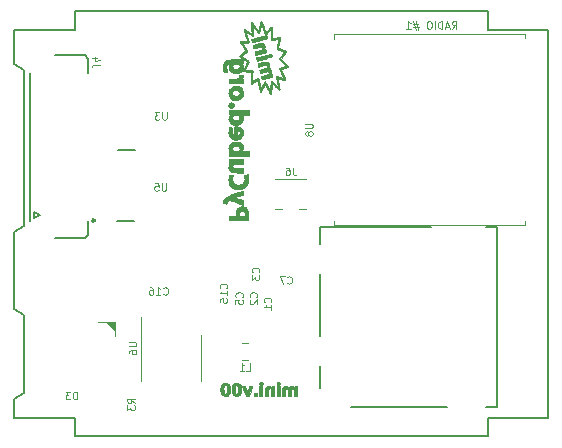
<source format=gbo>
G04 #@! TF.GenerationSoftware,KiCad,Pcbnew,(5.1.4)-1*
G04 #@! TF.CreationDate,2019-10-25T18:11:34-07:00*
G04 #@! TF.ProjectId,mainboard,6d61696e-626f-4617-9264-2e6b69636164,rev?*
G04 #@! TF.SameCoordinates,Original*
G04 #@! TF.FileFunction,Legend,Bot*
G04 #@! TF.FilePolarity,Positive*
%FSLAX46Y46*%
G04 Gerber Fmt 4.6, Leading zero omitted, Abs format (unit mm)*
G04 Created by KiCad (PCBNEW (5.1.4)-1) date 2019-10-25 18:11:34*
%MOMM*%
%LPD*%
G04 APERTURE LIST*
%ADD10C,0.076200*%
%ADD11C,0.150000*%
%ADD12C,0.010000*%
%ADD13C,0.250000*%
%ADD14C,0.120000*%
%ADD15C,0.100000*%
%ADD16C,0.200000*%
%ADD17C,0.127000*%
G04 APERTURE END LIST*
D10*
X113689190Y-75026761D02*
X113900857Y-74724380D01*
X114052047Y-75026761D02*
X114052047Y-74391761D01*
X113810142Y-74391761D01*
X113749666Y-74422000D01*
X113719428Y-74452238D01*
X113689190Y-74512714D01*
X113689190Y-74603428D01*
X113719428Y-74663904D01*
X113749666Y-74694142D01*
X113810142Y-74724380D01*
X114052047Y-74724380D01*
X113447285Y-74845333D02*
X113144904Y-74845333D01*
X113507761Y-75026761D02*
X113296095Y-74391761D01*
X113084428Y-75026761D01*
X112872761Y-75026761D02*
X112872761Y-74391761D01*
X112721571Y-74391761D01*
X112630857Y-74422000D01*
X112570380Y-74482476D01*
X112540142Y-74542952D01*
X112509904Y-74663904D01*
X112509904Y-74754619D01*
X112540142Y-74875571D01*
X112570380Y-74936047D01*
X112630857Y-74996523D01*
X112721571Y-75026761D01*
X112872761Y-75026761D01*
X112237761Y-75026761D02*
X112237761Y-74391761D01*
X111814428Y-74391761D02*
X111693476Y-74391761D01*
X111633000Y-74422000D01*
X111572523Y-74482476D01*
X111542285Y-74603428D01*
X111542285Y-74815095D01*
X111572523Y-74936047D01*
X111633000Y-74996523D01*
X111693476Y-75026761D01*
X111814428Y-75026761D01*
X111874904Y-74996523D01*
X111935380Y-74936047D01*
X111965619Y-74815095D01*
X111965619Y-74603428D01*
X111935380Y-74482476D01*
X111874904Y-74422000D01*
X111814428Y-74391761D01*
X110816571Y-74603428D02*
X110363000Y-74603428D01*
X110635142Y-74331285D02*
X110816571Y-75147714D01*
X110423476Y-74875571D02*
X110877047Y-74875571D01*
X110604904Y-75147714D02*
X110423476Y-74331285D01*
X109818714Y-75026761D02*
X110181571Y-75026761D01*
X110000142Y-75026761D02*
X110000142Y-74391761D01*
X110060619Y-74482476D01*
X110121095Y-74542952D01*
X110181571Y-74573190D01*
D11*
X76625100Y-98791400D02*
X76625100Y-92202000D01*
X77463300Y-78486000D02*
X76625100Y-77978000D01*
X77463300Y-91694000D02*
X76625100Y-92202000D01*
X77463300Y-78486000D02*
X77463300Y-91694000D01*
X81725100Y-75141600D02*
X81725100Y-73541600D01*
X81725100Y-107941600D02*
X81725100Y-109541600D01*
X121800300Y-107941600D02*
X116700300Y-107941600D01*
X76625100Y-75141600D02*
X81725100Y-75141600D01*
X116700300Y-107941600D02*
X116700300Y-109541600D01*
X116700300Y-73541600D02*
X116700300Y-75141600D01*
X121800300Y-75141600D02*
X116700300Y-75141600D01*
X76625100Y-107941600D02*
X76625100Y-106335200D01*
X81725100Y-107941600D02*
X76625100Y-107941600D01*
X77463300Y-99299400D02*
X76625100Y-98791400D01*
X121800300Y-107941600D02*
X121800300Y-75141600D01*
X77463300Y-105827200D02*
X76625100Y-106335200D01*
X77463300Y-99299400D02*
X77463300Y-105827200D01*
X81725100Y-109541600D02*
X116700300Y-109541600D01*
X116700300Y-73541600D02*
X81725100Y-73541600D01*
X76625100Y-75141600D02*
X76625100Y-77978000D01*
D12*
G36*
X96972008Y-105837963D02*
G01*
X96931357Y-105871014D01*
X96902415Y-105921889D01*
X96899265Y-105931485D01*
X96892866Y-105990797D01*
X96907590Y-106043919D01*
X96939293Y-106087272D01*
X96983830Y-106117279D01*
X97037060Y-106130362D01*
X97094838Y-106122942D01*
X97112904Y-106115975D01*
X97155211Y-106083694D01*
X97183076Y-106034532D01*
X97193100Y-105974565D01*
X97182960Y-105915445D01*
X97155739Y-105869928D01*
X97116234Y-105838718D01*
X97069245Y-105822518D01*
X97019570Y-105822032D01*
X96972008Y-105837963D01*
X96972008Y-105837963D01*
G37*
X96972008Y-105837963D02*
X96931357Y-105871014D01*
X96902415Y-105921889D01*
X96899265Y-105931485D01*
X96892866Y-105990797D01*
X96907590Y-106043919D01*
X96939293Y-106087272D01*
X96983830Y-106117279D01*
X97037060Y-106130362D01*
X97094838Y-106122942D01*
X97112904Y-106115975D01*
X97155211Y-106083694D01*
X97183076Y-106034532D01*
X97193100Y-105974565D01*
X97182960Y-105915445D01*
X97155739Y-105869928D01*
X97116234Y-105838718D01*
X97069245Y-105822518D01*
X97019570Y-105822032D01*
X96972008Y-105837963D01*
G36*
X95338811Y-105001190D02*
G01*
X95256780Y-105032553D01*
X95183019Y-105082767D01*
X95121319Y-105150991D01*
X95086465Y-105210851D01*
X95057468Y-105280876D01*
X95037959Y-105350760D01*
X95026559Y-105427928D01*
X95021887Y-105519805D01*
X95021588Y-105559850D01*
X95027787Y-105688140D01*
X95046786Y-105797954D01*
X95079765Y-105893403D01*
X95127904Y-105978597D01*
X95150625Y-106009402D01*
X95205974Y-106060703D01*
X95277772Y-106099104D01*
X95359739Y-106123046D01*
X95445595Y-106130969D01*
X95529060Y-106121313D01*
X95562027Y-106111591D01*
X95647004Y-106069139D01*
X95716497Y-106007881D01*
X95770759Y-105927355D01*
X95810045Y-105827098D01*
X95834609Y-105706649D01*
X95843661Y-105599617D01*
X95842488Y-105517922D01*
X95588961Y-105517922D01*
X95588683Y-105609605D01*
X95581005Y-105698131D01*
X95566194Y-105778387D01*
X95544518Y-105845257D01*
X95516245Y-105893628D01*
X95509984Y-105900470D01*
X95469792Y-105925062D01*
X95422701Y-105931428D01*
X95377898Y-105919491D01*
X95354244Y-105901763D01*
X95328418Y-105868650D01*
X95309353Y-105829368D01*
X95296169Y-105779805D01*
X95287986Y-105715849D01*
X95283928Y-105633388D01*
X95283089Y-105568750D01*
X95284020Y-105472977D01*
X95288100Y-105398318D01*
X95296108Y-105340598D01*
X95308824Y-105295641D01*
X95327026Y-105259271D01*
X95345547Y-105234163D01*
X95387971Y-105199172D01*
X95433378Y-105187776D01*
X95477772Y-105199145D01*
X95517160Y-105232451D01*
X95542715Y-105275081D01*
X95566244Y-105345545D01*
X95581570Y-105428197D01*
X95588961Y-105517922D01*
X95842488Y-105517922D01*
X95841646Y-105459325D01*
X95822726Y-105337266D01*
X95786569Y-105232420D01*
X95732840Y-105143770D01*
X95673796Y-105080997D01*
X95596605Y-105028579D01*
X95512515Y-104998364D01*
X95425320Y-104989514D01*
X95338811Y-105001190D01*
X95338811Y-105001190D01*
G37*
X95338811Y-105001190D02*
X95256780Y-105032553D01*
X95183019Y-105082767D01*
X95121319Y-105150991D01*
X95086465Y-105210851D01*
X95057468Y-105280876D01*
X95037959Y-105350760D01*
X95026559Y-105427928D01*
X95021887Y-105519805D01*
X95021588Y-105559850D01*
X95027787Y-105688140D01*
X95046786Y-105797954D01*
X95079765Y-105893403D01*
X95127904Y-105978597D01*
X95150625Y-106009402D01*
X95205974Y-106060703D01*
X95277772Y-106099104D01*
X95359739Y-106123046D01*
X95445595Y-106130969D01*
X95529060Y-106121313D01*
X95562027Y-106111591D01*
X95647004Y-106069139D01*
X95716497Y-106007881D01*
X95770759Y-105927355D01*
X95810045Y-105827098D01*
X95834609Y-105706649D01*
X95843661Y-105599617D01*
X95842488Y-105517922D01*
X95588961Y-105517922D01*
X95588683Y-105609605D01*
X95581005Y-105698131D01*
X95566194Y-105778387D01*
X95544518Y-105845257D01*
X95516245Y-105893628D01*
X95509984Y-105900470D01*
X95469792Y-105925062D01*
X95422701Y-105931428D01*
X95377898Y-105919491D01*
X95354244Y-105901763D01*
X95328418Y-105868650D01*
X95309353Y-105829368D01*
X95296169Y-105779805D01*
X95287986Y-105715849D01*
X95283928Y-105633388D01*
X95283089Y-105568750D01*
X95284020Y-105472977D01*
X95288100Y-105398318D01*
X95296108Y-105340598D01*
X95308824Y-105295641D01*
X95327026Y-105259271D01*
X95345547Y-105234163D01*
X95387971Y-105199172D01*
X95433378Y-105187776D01*
X95477772Y-105199145D01*
X95517160Y-105232451D01*
X95542715Y-105275081D01*
X95566244Y-105345545D01*
X95581570Y-105428197D01*
X95588961Y-105517922D01*
X95842488Y-105517922D01*
X95841646Y-105459325D01*
X95822726Y-105337266D01*
X95786569Y-105232420D01*
X95732840Y-105143770D01*
X95673796Y-105080997D01*
X95596605Y-105028579D01*
X95512515Y-104998364D01*
X95425320Y-104989514D01*
X95338811Y-105001190D01*
G36*
X94419377Y-104997743D02*
G01*
X94328245Y-105024783D01*
X94248031Y-105073954D01*
X94181079Y-105144095D01*
X94163202Y-105170201D01*
X94123787Y-105252047D01*
X94095850Y-105350769D01*
X94079531Y-105460514D01*
X94074971Y-105575429D01*
X94082308Y-105689663D01*
X94101681Y-105797362D01*
X94133230Y-105892675D01*
X94145383Y-105918553D01*
X94199779Y-105998740D01*
X94270304Y-106061550D01*
X94353154Y-106105348D01*
X94444523Y-106128498D01*
X94540604Y-106129362D01*
X94605939Y-106116598D01*
X94683834Y-106081747D01*
X94753089Y-106024524D01*
X94811874Y-105947028D01*
X94858356Y-105851356D01*
X94872125Y-105811596D01*
X94888581Y-105738181D01*
X94898515Y-105649548D01*
X94901554Y-105562400D01*
X94640400Y-105562400D01*
X94637305Y-105669631D01*
X94627596Y-105755069D01*
X94610634Y-105821608D01*
X94585784Y-105872141D01*
X94567018Y-105895775D01*
X94525356Y-105924089D01*
X94478006Y-105932020D01*
X94432545Y-105919387D01*
X94407179Y-105899614D01*
X94383990Y-105868607D01*
X94366630Y-105829837D01*
X94354162Y-105779175D01*
X94345646Y-105712492D01*
X94340147Y-105625657D01*
X94339116Y-105599817D01*
X94338606Y-105477548D01*
X94347027Y-105378071D01*
X94364679Y-105300292D01*
X94391864Y-105243114D01*
X94428881Y-105205440D01*
X94450520Y-105193843D01*
X94486683Y-105184682D01*
X94522115Y-105192479D01*
X94525481Y-105193843D01*
X94566165Y-105221208D01*
X94597509Y-105266580D01*
X94619969Y-105331425D01*
X94634003Y-105417207D01*
X94640067Y-105525391D01*
X94640400Y-105562400D01*
X94901554Y-105562400D01*
X94901843Y-105554116D01*
X94898479Y-105460307D01*
X94888340Y-105376543D01*
X94876996Y-105327832D01*
X94834257Y-105217629D01*
X94779578Y-105129698D01*
X94712601Y-105063704D01*
X94632965Y-105019312D01*
X94540314Y-104996187D01*
X94519081Y-104993995D01*
X94419377Y-104997743D01*
X94419377Y-104997743D01*
G37*
X94419377Y-104997743D02*
X94328245Y-105024783D01*
X94248031Y-105073954D01*
X94181079Y-105144095D01*
X94163202Y-105170201D01*
X94123787Y-105252047D01*
X94095850Y-105350769D01*
X94079531Y-105460514D01*
X94074971Y-105575429D01*
X94082308Y-105689663D01*
X94101681Y-105797362D01*
X94133230Y-105892675D01*
X94145383Y-105918553D01*
X94199779Y-105998740D01*
X94270304Y-106061550D01*
X94353154Y-106105348D01*
X94444523Y-106128498D01*
X94540604Y-106129362D01*
X94605939Y-106116598D01*
X94683834Y-106081747D01*
X94753089Y-106024524D01*
X94811874Y-105947028D01*
X94858356Y-105851356D01*
X94872125Y-105811596D01*
X94888581Y-105738181D01*
X94898515Y-105649548D01*
X94901554Y-105562400D01*
X94640400Y-105562400D01*
X94637305Y-105669631D01*
X94627596Y-105755069D01*
X94610634Y-105821608D01*
X94585784Y-105872141D01*
X94567018Y-105895775D01*
X94525356Y-105924089D01*
X94478006Y-105932020D01*
X94432545Y-105919387D01*
X94407179Y-105899614D01*
X94383990Y-105868607D01*
X94366630Y-105829837D01*
X94354162Y-105779175D01*
X94345646Y-105712492D01*
X94340147Y-105625657D01*
X94339116Y-105599817D01*
X94338606Y-105477548D01*
X94347027Y-105378071D01*
X94364679Y-105300292D01*
X94391864Y-105243114D01*
X94428881Y-105205440D01*
X94450520Y-105193843D01*
X94486683Y-105184682D01*
X94522115Y-105192479D01*
X94525481Y-105193843D01*
X94566165Y-105221208D01*
X94597509Y-105266580D01*
X94619969Y-105331425D01*
X94634003Y-105417207D01*
X94640067Y-105525391D01*
X94640400Y-105562400D01*
X94901554Y-105562400D01*
X94901843Y-105554116D01*
X94898479Y-105460307D01*
X94888340Y-105376543D01*
X94876996Y-105327832D01*
X94834257Y-105217629D01*
X94779578Y-105129698D01*
X94712601Y-105063704D01*
X94632965Y-105019312D01*
X94540314Y-104996187D01*
X94519081Y-104993995D01*
X94419377Y-104997743D01*
G36*
X99526546Y-105274414D02*
G01*
X99474316Y-105288762D01*
X99429455Y-105316351D01*
X99406045Y-105337100D01*
X99379231Y-105365680D01*
X99358090Y-105396031D01*
X99341972Y-105431493D01*
X99330229Y-105475407D01*
X99322210Y-105531116D01*
X99317266Y-105601959D01*
X99314746Y-105691279D01*
X99314003Y-105802415D01*
X99314000Y-105810526D01*
X99314000Y-106108500D01*
X99555300Y-106108500D01*
X99555300Y-105887983D01*
X99556243Y-105779383D01*
X99559364Y-105693166D01*
X99565109Y-105626371D01*
X99573919Y-105576040D01*
X99586240Y-105539215D01*
X99602512Y-105512936D01*
X99613115Y-105502075D01*
X99657414Y-105477973D01*
X99705251Y-105475958D01*
X99750598Y-105494583D01*
X99787427Y-105532403D01*
X99795114Y-105545690D01*
X99800529Y-105569912D01*
X99804704Y-105618171D01*
X99807576Y-105689133D01*
X99809080Y-105781462D01*
X99809300Y-105840965D01*
X99809300Y-106108500D01*
X100063300Y-106108500D01*
X100063300Y-105862437D01*
X100063702Y-105783198D01*
X100064817Y-105710318D01*
X100066517Y-105648529D01*
X100068670Y-105602566D01*
X100071144Y-105577164D01*
X100071202Y-105576868D01*
X100091768Y-105525398D01*
X100125875Y-105491344D01*
X100168154Y-105475166D01*
X100213234Y-105477324D01*
X100255745Y-105498279D01*
X100290318Y-105538490D01*
X100299592Y-105557301D01*
X100306304Y-105581191D01*
X100311253Y-105618201D01*
X100314616Y-105671283D01*
X100316569Y-105743389D01*
X100317288Y-105837468D01*
X100317300Y-105854092D01*
X100317300Y-106108500D01*
X100571300Y-106108500D01*
X100571300Y-105283000D01*
X100358285Y-105283000D01*
X100349708Y-105340192D01*
X100341132Y-105397384D01*
X100309870Y-105360231D01*
X100256874Y-105314590D01*
X100191663Y-105284715D01*
X100119800Y-105270617D01*
X100046848Y-105272308D01*
X99978369Y-105289800D01*
X99919926Y-105323106D01*
X99885403Y-105359336D01*
X99857767Y-105398147D01*
X99806731Y-105352039D01*
X99745966Y-105305983D01*
X99684221Y-105280066D01*
X99611824Y-105270560D01*
X99594635Y-105270300D01*
X99526546Y-105274414D01*
X99526546Y-105274414D01*
G37*
X99526546Y-105274414D02*
X99474316Y-105288762D01*
X99429455Y-105316351D01*
X99406045Y-105337100D01*
X99379231Y-105365680D01*
X99358090Y-105396031D01*
X99341972Y-105431493D01*
X99330229Y-105475407D01*
X99322210Y-105531116D01*
X99317266Y-105601959D01*
X99314746Y-105691279D01*
X99314003Y-105802415D01*
X99314000Y-105810526D01*
X99314000Y-106108500D01*
X99555300Y-106108500D01*
X99555300Y-105887983D01*
X99556243Y-105779383D01*
X99559364Y-105693166D01*
X99565109Y-105626371D01*
X99573919Y-105576040D01*
X99586240Y-105539215D01*
X99602512Y-105512936D01*
X99613115Y-105502075D01*
X99657414Y-105477973D01*
X99705251Y-105475958D01*
X99750598Y-105494583D01*
X99787427Y-105532403D01*
X99795114Y-105545690D01*
X99800529Y-105569912D01*
X99804704Y-105618171D01*
X99807576Y-105689133D01*
X99809080Y-105781462D01*
X99809300Y-105840965D01*
X99809300Y-106108500D01*
X100063300Y-106108500D01*
X100063300Y-105862437D01*
X100063702Y-105783198D01*
X100064817Y-105710318D01*
X100066517Y-105648529D01*
X100068670Y-105602566D01*
X100071144Y-105577164D01*
X100071202Y-105576868D01*
X100091768Y-105525398D01*
X100125875Y-105491344D01*
X100168154Y-105475166D01*
X100213234Y-105477324D01*
X100255745Y-105498279D01*
X100290318Y-105538490D01*
X100299592Y-105557301D01*
X100306304Y-105581191D01*
X100311253Y-105618201D01*
X100314616Y-105671283D01*
X100316569Y-105743389D01*
X100317288Y-105837468D01*
X100317300Y-105854092D01*
X100317300Y-106108500D01*
X100571300Y-106108500D01*
X100571300Y-105283000D01*
X100358285Y-105283000D01*
X100349708Y-105340192D01*
X100341132Y-105397384D01*
X100309870Y-105360231D01*
X100256874Y-105314590D01*
X100191663Y-105284715D01*
X100119800Y-105270617D01*
X100046848Y-105272308D01*
X99978369Y-105289800D01*
X99919926Y-105323106D01*
X99885403Y-105359336D01*
X99857767Y-105398147D01*
X99806731Y-105352039D01*
X99745966Y-105305983D01*
X99684221Y-105280066D01*
X99611824Y-105270560D01*
X99594635Y-105270300D01*
X99526546Y-105274414D01*
G36*
X98844100Y-106108500D02*
G01*
X99098100Y-106108500D01*
X99098100Y-105283000D01*
X98844100Y-105283000D01*
X98844100Y-106108500D01*
X98844100Y-106108500D01*
G37*
X98844100Y-106108500D02*
X99098100Y-106108500D01*
X99098100Y-105283000D01*
X98844100Y-105283000D01*
X98844100Y-106108500D01*
G36*
X98121414Y-105272388D02*
G01*
X98038862Y-105286141D01*
X97972799Y-105318193D01*
X97920459Y-105370277D01*
X97892294Y-105416071D01*
X97882236Y-105436322D01*
X97874458Y-105455519D01*
X97868616Y-105477215D01*
X97864368Y-105504966D01*
X97861372Y-105542325D01*
X97859284Y-105592846D01*
X97857762Y-105660082D01*
X97856464Y-105747587D01*
X97855871Y-105793780D01*
X97851891Y-106108500D01*
X98107500Y-106108500D01*
X98107500Y-105854092D01*
X98108075Y-105754137D01*
X98110204Y-105676208D01*
X98114492Y-105616947D01*
X98121547Y-105572997D01*
X98131973Y-105541001D01*
X98146379Y-105517602D01*
X98165368Y-105499443D01*
X98172485Y-105494209D01*
X98220892Y-105474111D01*
X98271195Y-105478342D01*
X98319907Y-105506406D01*
X98331021Y-105516679D01*
X98374200Y-105559860D01*
X98374200Y-106108500D01*
X98640900Y-106108500D01*
X98640900Y-105283000D01*
X98534309Y-105283000D01*
X98477976Y-105283931D01*
X98442318Y-105288768D01*
X98422628Y-105300573D01*
X98414195Y-105322410D01*
X98412310Y-105357341D01*
X98412300Y-105362355D01*
X98412300Y-105401533D01*
X98366125Y-105355358D01*
X98306408Y-105308247D01*
X98238947Y-105280868D01*
X98158605Y-105271479D01*
X98121414Y-105272388D01*
X98121414Y-105272388D01*
G37*
X98121414Y-105272388D02*
X98038862Y-105286141D01*
X97972799Y-105318193D01*
X97920459Y-105370277D01*
X97892294Y-105416071D01*
X97882236Y-105436322D01*
X97874458Y-105455519D01*
X97868616Y-105477215D01*
X97864368Y-105504966D01*
X97861372Y-105542325D01*
X97859284Y-105592846D01*
X97857762Y-105660082D01*
X97856464Y-105747587D01*
X97855871Y-105793780D01*
X97851891Y-106108500D01*
X98107500Y-106108500D01*
X98107500Y-105854092D01*
X98108075Y-105754137D01*
X98110204Y-105676208D01*
X98114492Y-105616947D01*
X98121547Y-105572997D01*
X98131973Y-105541001D01*
X98146379Y-105517602D01*
X98165368Y-105499443D01*
X98172485Y-105494209D01*
X98220892Y-105474111D01*
X98271195Y-105478342D01*
X98319907Y-105506406D01*
X98331021Y-105516679D01*
X98374200Y-105559860D01*
X98374200Y-106108500D01*
X98640900Y-106108500D01*
X98640900Y-105283000D01*
X98534309Y-105283000D01*
X98477976Y-105283931D01*
X98442318Y-105288768D01*
X98422628Y-105300573D01*
X98414195Y-105322410D01*
X98412310Y-105357341D01*
X98412300Y-105362355D01*
X98412300Y-105401533D01*
X98366125Y-105355358D01*
X98306408Y-105308247D01*
X98238947Y-105280868D01*
X98158605Y-105271479D01*
X98121414Y-105272388D01*
G36*
X97383600Y-106108500D02*
G01*
X97637600Y-106108500D01*
X97637600Y-105283000D01*
X97383600Y-105283000D01*
X97383600Y-106108500D01*
X97383600Y-106108500D01*
G37*
X97383600Y-106108500D02*
X97637600Y-106108500D01*
X97637600Y-105283000D01*
X97383600Y-105283000D01*
X97383600Y-106108500D01*
G36*
X96483976Y-105368725D02*
G01*
X96466575Y-105427695D01*
X96446393Y-105497904D01*
X96425020Y-105573618D01*
X96404046Y-105649106D01*
X96385062Y-105718635D01*
X96369656Y-105776473D01*
X96359418Y-105816889D01*
X96358046Y-105822750D01*
X96346452Y-105873550D01*
X96331362Y-105803700D01*
X96322959Y-105768288D01*
X96309155Y-105714050D01*
X96291423Y-105646609D01*
X96271240Y-105571588D01*
X96254789Y-105511600D01*
X96193306Y-105289350D01*
X96057208Y-105285735D01*
X95997236Y-105284392D01*
X95958464Y-105284645D01*
X95936710Y-105287178D01*
X95927790Y-105292676D01*
X95927521Y-105301825D01*
X95928926Y-105306747D01*
X95935144Y-105324328D01*
X95949120Y-105362662D01*
X95969732Y-105418709D01*
X95995856Y-105489424D01*
X96026370Y-105571767D01*
X96060150Y-105662695D01*
X96080273Y-105716762D01*
X96223804Y-106102150D01*
X96356039Y-106105722D01*
X96488275Y-106109295D01*
X96633119Y-105712022D01*
X96667946Y-105616495D01*
X96700107Y-105528273D01*
X96728537Y-105450275D01*
X96752173Y-105385419D01*
X96769952Y-105336622D01*
X96780810Y-105306803D01*
X96783691Y-105298875D01*
X96780096Y-105291586D01*
X96761014Y-105286759D01*
X96723355Y-105284027D01*
X96664027Y-105283025D01*
X96649596Y-105283000D01*
X96509774Y-105283000D01*
X96483976Y-105368725D01*
X96483976Y-105368725D01*
G37*
X96483976Y-105368725D02*
X96466575Y-105427695D01*
X96446393Y-105497904D01*
X96425020Y-105573618D01*
X96404046Y-105649106D01*
X96385062Y-105718635D01*
X96369656Y-105776473D01*
X96359418Y-105816889D01*
X96358046Y-105822750D01*
X96346452Y-105873550D01*
X96331362Y-105803700D01*
X96322959Y-105768288D01*
X96309155Y-105714050D01*
X96291423Y-105646609D01*
X96271240Y-105571588D01*
X96254789Y-105511600D01*
X96193306Y-105289350D01*
X96057208Y-105285735D01*
X95997236Y-105284392D01*
X95958464Y-105284645D01*
X95936710Y-105287178D01*
X95927790Y-105292676D01*
X95927521Y-105301825D01*
X95928926Y-105306747D01*
X95935144Y-105324328D01*
X95949120Y-105362662D01*
X95969732Y-105418709D01*
X95995856Y-105489424D01*
X96026370Y-105571767D01*
X96060150Y-105662695D01*
X96080273Y-105716762D01*
X96223804Y-106102150D01*
X96356039Y-106105722D01*
X96488275Y-106109295D01*
X96633119Y-105712022D01*
X96667946Y-105616495D01*
X96700107Y-105528273D01*
X96728537Y-105450275D01*
X96752173Y-105385419D01*
X96769952Y-105336622D01*
X96780810Y-105306803D01*
X96783691Y-105298875D01*
X96780096Y-105291586D01*
X96761014Y-105286759D01*
X96723355Y-105284027D01*
X96664027Y-105283025D01*
X96649596Y-105283000D01*
X96509774Y-105283000D01*
X96483976Y-105368725D01*
G36*
X98902843Y-104941170D02*
G01*
X98877612Y-104960852D01*
X98847903Y-105004694D01*
X98839582Y-105050663D01*
X98849340Y-105094937D01*
X98873873Y-105133689D01*
X98909873Y-105163098D01*
X98954035Y-105179339D01*
X99003053Y-105178588D01*
X99049510Y-105159656D01*
X99087751Y-105123348D01*
X99107011Y-105078037D01*
X99108107Y-105029799D01*
X99091855Y-104984710D01*
X99059073Y-104948847D01*
X99018660Y-104930113D01*
X98955888Y-104924242D01*
X98902843Y-104941170D01*
X98902843Y-104941170D01*
G37*
X98902843Y-104941170D02*
X98877612Y-104960852D01*
X98847903Y-105004694D01*
X98839582Y-105050663D01*
X98849340Y-105094937D01*
X98873873Y-105133689D01*
X98909873Y-105163098D01*
X98954035Y-105179339D01*
X99003053Y-105178588D01*
X99049510Y-105159656D01*
X99087751Y-105123348D01*
X99107011Y-105078037D01*
X99108107Y-105029799D01*
X99091855Y-104984710D01*
X99059073Y-104948847D01*
X99018660Y-104930113D01*
X98955888Y-104924242D01*
X98902843Y-104941170D01*
G36*
X97450826Y-104935119D02*
G01*
X97409034Y-104963769D01*
X97383502Y-105010247D01*
X97377223Y-105066357D01*
X97395253Y-105118142D01*
X97421875Y-105149808D01*
X97454882Y-105166957D01*
X97500239Y-105176132D01*
X97545698Y-105175688D01*
X97569171Y-105169603D01*
X97602356Y-105146256D01*
X97631205Y-105111037D01*
X97648356Y-105073901D01*
X97650300Y-105059864D01*
X97639471Y-105002077D01*
X97608887Y-104958596D01*
X97561405Y-104932154D01*
X97509510Y-104925121D01*
X97450826Y-104935119D01*
X97450826Y-104935119D01*
G37*
X97450826Y-104935119D02*
X97409034Y-104963769D01*
X97383502Y-105010247D01*
X97377223Y-105066357D01*
X97395253Y-105118142D01*
X97421875Y-105149808D01*
X97454882Y-105166957D01*
X97500239Y-105176132D01*
X97545698Y-105175688D01*
X97569171Y-105169603D01*
X97602356Y-105146256D01*
X97631205Y-105111037D01*
X97648356Y-105073901D01*
X97650300Y-105059864D01*
X97639471Y-105002077D01*
X97608887Y-104958596D01*
X97561405Y-104932154D01*
X97509510Y-104925121D01*
X97450826Y-104935119D01*
G36*
X95735775Y-89472779D02*
G01*
X95650029Y-89446998D01*
X95559386Y-89420025D01*
X95471920Y-89394244D01*
X95395707Y-89372039D01*
X95357950Y-89361201D01*
X95297923Y-89344019D01*
X95245777Y-89328909D01*
X95206950Y-89317459D01*
X95186880Y-89311257D01*
X95186500Y-89311125D01*
X95193622Y-89306581D01*
X95222687Y-89296816D01*
X95270957Y-89282594D01*
X95335692Y-89264682D01*
X95414152Y-89243845D01*
X95503598Y-89220849D01*
X95561150Y-89206396D01*
X95954850Y-89108373D01*
X95958356Y-88915287D01*
X95959000Y-88848526D01*
X95958465Y-88791766D01*
X95956878Y-88749363D01*
X95954366Y-88725676D01*
X95952700Y-88722200D01*
X95938194Y-88726327D01*
X95902855Y-88737988D01*
X95849744Y-88756105D01*
X95781924Y-88779603D01*
X95702456Y-88807403D01*
X95614402Y-88838427D01*
X95520824Y-88871599D01*
X95424784Y-88905842D01*
X95329345Y-88940077D01*
X95237567Y-88973227D01*
X95186500Y-88991795D01*
X95029593Y-89050798D01*
X94894990Y-89105472D01*
X94780214Y-89157065D01*
X94682791Y-89206825D01*
X94600243Y-89256000D01*
X94530095Y-89305839D01*
X94480642Y-89347572D01*
X94391400Y-89445406D01*
X94323984Y-89555551D01*
X94279259Y-89676530D01*
X94273491Y-89700203D01*
X94267369Y-89732589D01*
X94271736Y-89748986D01*
X94291497Y-89758184D01*
X94308402Y-89762757D01*
X94368277Y-89778234D01*
X94428632Y-89793526D01*
X94484205Y-89807337D01*
X94529737Y-89818372D01*
X94559967Y-89825332D01*
X94569491Y-89827100D01*
X94576003Y-89816700D01*
X94576900Y-89807264D01*
X94583601Y-89778702D01*
X94601166Y-89736833D01*
X94625790Y-89689082D01*
X94653666Y-89642878D01*
X94679002Y-89608013D01*
X94715579Y-89571394D01*
X94759803Y-89536879D01*
X94774483Y-89527550D01*
X94830496Y-89494724D01*
X95389846Y-89718062D01*
X95502423Y-89762963D01*
X95607676Y-89804848D01*
X95703281Y-89842800D01*
X95786912Y-89875898D01*
X95856244Y-89903226D01*
X95908954Y-89923864D01*
X95942716Y-89936895D01*
X95955198Y-89941400D01*
X95957239Y-89929414D01*
X95958982Y-89896311D01*
X95960299Y-89846373D01*
X95961062Y-89783882D01*
X95961200Y-89741194D01*
X95961200Y-89540987D01*
X95735775Y-89472779D01*
X95735775Y-89472779D01*
G37*
X95735775Y-89472779D02*
X95650029Y-89446998D01*
X95559386Y-89420025D01*
X95471920Y-89394244D01*
X95395707Y-89372039D01*
X95357950Y-89361201D01*
X95297923Y-89344019D01*
X95245777Y-89328909D01*
X95206950Y-89317459D01*
X95186880Y-89311257D01*
X95186500Y-89311125D01*
X95193622Y-89306581D01*
X95222687Y-89296816D01*
X95270957Y-89282594D01*
X95335692Y-89264682D01*
X95414152Y-89243845D01*
X95503598Y-89220849D01*
X95561150Y-89206396D01*
X95954850Y-89108373D01*
X95958356Y-88915287D01*
X95959000Y-88848526D01*
X95958465Y-88791766D01*
X95956878Y-88749363D01*
X95954366Y-88725676D01*
X95952700Y-88722200D01*
X95938194Y-88726327D01*
X95902855Y-88737988D01*
X95849744Y-88756105D01*
X95781924Y-88779603D01*
X95702456Y-88807403D01*
X95614402Y-88838427D01*
X95520824Y-88871599D01*
X95424784Y-88905842D01*
X95329345Y-88940077D01*
X95237567Y-88973227D01*
X95186500Y-88991795D01*
X95029593Y-89050798D01*
X94894990Y-89105472D01*
X94780214Y-89157065D01*
X94682791Y-89206825D01*
X94600243Y-89256000D01*
X94530095Y-89305839D01*
X94480642Y-89347572D01*
X94391400Y-89445406D01*
X94323984Y-89555551D01*
X94279259Y-89676530D01*
X94273491Y-89700203D01*
X94267369Y-89732589D01*
X94271736Y-89748986D01*
X94291497Y-89758184D01*
X94308402Y-89762757D01*
X94368277Y-89778234D01*
X94428632Y-89793526D01*
X94484205Y-89807337D01*
X94529737Y-89818372D01*
X94559967Y-89825332D01*
X94569491Y-89827100D01*
X94576003Y-89816700D01*
X94576900Y-89807264D01*
X94583601Y-89778702D01*
X94601166Y-89736833D01*
X94625790Y-89689082D01*
X94653666Y-89642878D01*
X94679002Y-89608013D01*
X94715579Y-89571394D01*
X94759803Y-89536879D01*
X94774483Y-89527550D01*
X94830496Y-89494724D01*
X95389846Y-89718062D01*
X95502423Y-89762963D01*
X95607676Y-89804848D01*
X95703281Y-89842800D01*
X95786912Y-89875898D01*
X95856244Y-89903226D01*
X95908954Y-89923864D01*
X95942716Y-89936895D01*
X95955198Y-89941400D01*
X95957239Y-89929414D01*
X95958982Y-89896311D01*
X95960299Y-89846373D01*
X95961062Y-89783882D01*
X95961200Y-89741194D01*
X95961200Y-89540987D01*
X95735775Y-89472779D01*
G36*
X95982598Y-78180225D02*
G01*
X95957857Y-78095399D01*
X95916177Y-78023180D01*
X95899108Y-78003348D01*
X95872944Y-77974777D01*
X95862947Y-77959018D01*
X95867233Y-77951016D01*
X95878179Y-77947198D01*
X95913208Y-77941262D01*
X95932625Y-77940074D01*
X95944354Y-77939117D01*
X95952335Y-77933679D01*
X95957288Y-77919656D01*
X95959935Y-77892943D01*
X95960999Y-77849437D01*
X95961200Y-77785032D01*
X95961200Y-77615154D01*
X95596075Y-77618855D01*
X95427777Y-77620601D01*
X95282875Y-77622234D01*
X95159371Y-77623841D01*
X95055262Y-77625509D01*
X94968546Y-77627324D01*
X94897224Y-77629373D01*
X94839292Y-77631742D01*
X94792751Y-77634518D01*
X94755598Y-77637788D01*
X94725833Y-77641639D01*
X94701454Y-77646157D01*
X94680459Y-77651429D01*
X94660848Y-77657541D01*
X94654747Y-77659616D01*
X94548976Y-77706694D01*
X94462564Y-77768919D01*
X94394473Y-77847562D01*
X94343668Y-77943890D01*
X94309109Y-78059172D01*
X94303157Y-78089575D01*
X94290976Y-78190373D01*
X94287329Y-78300264D01*
X94292355Y-78406461D01*
X94299179Y-78460600D01*
X94310856Y-78518119D01*
X94326446Y-78575980D01*
X94343951Y-78628444D01*
X94361371Y-78669769D01*
X94376709Y-78694217D01*
X94381837Y-78697993D01*
X94398861Y-78697375D01*
X94433187Y-78691598D01*
X94478803Y-78682109D01*
X94529695Y-78670358D01*
X94579853Y-78657790D01*
X94623263Y-78645856D01*
X94653915Y-78636002D01*
X94665796Y-78629678D01*
X94665800Y-78629598D01*
X94660557Y-78616344D01*
X94647344Y-78588701D01*
X94640346Y-78574794D01*
X94615500Y-78512976D01*
X94594900Y-78437516D01*
X94581258Y-78360125D01*
X94577159Y-78301850D01*
X94586531Y-78207314D01*
X94614853Y-78129615D01*
X94661868Y-78069040D01*
X94727319Y-78025876D01*
X94810948Y-78000412D01*
X94852092Y-77995005D01*
X94938850Y-77987372D01*
X94898226Y-78030311D01*
X94844465Y-78104756D01*
X94810613Y-78190389D01*
X94796357Y-78283033D01*
X94801378Y-78378512D01*
X94825363Y-78472650D01*
X94867994Y-78561270D01*
X94928957Y-78640195D01*
X94945581Y-78656578D01*
X95025175Y-78718816D01*
X95113227Y-78763009D01*
X95213605Y-78790475D01*
X95330172Y-78802529D01*
X95376494Y-78803350D01*
X95391279Y-78802227D01*
X95391279Y-78422430D01*
X95293546Y-78414975D01*
X95214960Y-78392236D01*
X95153778Y-78353375D01*
X95108255Y-78297556D01*
X95100057Y-78282698D01*
X95079028Y-78218143D01*
X95080806Y-78154634D01*
X95105163Y-78097476D01*
X95108263Y-78093085D01*
X95147455Y-78050945D01*
X95196015Y-78022716D01*
X95260996Y-78004556D01*
X95275546Y-78001965D01*
X95338696Y-77995307D01*
X95408604Y-77994060D01*
X95477740Y-77997756D01*
X95538578Y-78005926D01*
X95583590Y-78018105D01*
X95591225Y-78021584D01*
X95648669Y-78063771D01*
X95686031Y-78118374D01*
X95701672Y-78181300D01*
X95693954Y-78248458D01*
X95688533Y-78264517D01*
X95652085Y-78325575D01*
X95595862Y-78372782D01*
X95522110Y-78404945D01*
X95433074Y-78420870D01*
X95391279Y-78422430D01*
X95391279Y-78802227D01*
X95511862Y-78793068D01*
X95633269Y-78762881D01*
X95739753Y-78713250D01*
X95830354Y-78644632D01*
X95904109Y-78557489D01*
X95910198Y-78548274D01*
X95954200Y-78461681D01*
X95980869Y-78368232D01*
X95990302Y-78272791D01*
X95982598Y-78180225D01*
X95982598Y-78180225D01*
G37*
X95982598Y-78180225D02*
X95957857Y-78095399D01*
X95916177Y-78023180D01*
X95899108Y-78003348D01*
X95872944Y-77974777D01*
X95862947Y-77959018D01*
X95867233Y-77951016D01*
X95878179Y-77947198D01*
X95913208Y-77941262D01*
X95932625Y-77940074D01*
X95944354Y-77939117D01*
X95952335Y-77933679D01*
X95957288Y-77919656D01*
X95959935Y-77892943D01*
X95960999Y-77849437D01*
X95961200Y-77785032D01*
X95961200Y-77615154D01*
X95596075Y-77618855D01*
X95427777Y-77620601D01*
X95282875Y-77622234D01*
X95159371Y-77623841D01*
X95055262Y-77625509D01*
X94968546Y-77627324D01*
X94897224Y-77629373D01*
X94839292Y-77631742D01*
X94792751Y-77634518D01*
X94755598Y-77637788D01*
X94725833Y-77641639D01*
X94701454Y-77646157D01*
X94680459Y-77651429D01*
X94660848Y-77657541D01*
X94654747Y-77659616D01*
X94548976Y-77706694D01*
X94462564Y-77768919D01*
X94394473Y-77847562D01*
X94343668Y-77943890D01*
X94309109Y-78059172D01*
X94303157Y-78089575D01*
X94290976Y-78190373D01*
X94287329Y-78300264D01*
X94292355Y-78406461D01*
X94299179Y-78460600D01*
X94310856Y-78518119D01*
X94326446Y-78575980D01*
X94343951Y-78628444D01*
X94361371Y-78669769D01*
X94376709Y-78694217D01*
X94381837Y-78697993D01*
X94398861Y-78697375D01*
X94433187Y-78691598D01*
X94478803Y-78682109D01*
X94529695Y-78670358D01*
X94579853Y-78657790D01*
X94623263Y-78645856D01*
X94653915Y-78636002D01*
X94665796Y-78629678D01*
X94665800Y-78629598D01*
X94660557Y-78616344D01*
X94647344Y-78588701D01*
X94640346Y-78574794D01*
X94615500Y-78512976D01*
X94594900Y-78437516D01*
X94581258Y-78360125D01*
X94577159Y-78301850D01*
X94586531Y-78207314D01*
X94614853Y-78129615D01*
X94661868Y-78069040D01*
X94727319Y-78025876D01*
X94810948Y-78000412D01*
X94852092Y-77995005D01*
X94938850Y-77987372D01*
X94898226Y-78030311D01*
X94844465Y-78104756D01*
X94810613Y-78190389D01*
X94796357Y-78283033D01*
X94801378Y-78378512D01*
X94825363Y-78472650D01*
X94867994Y-78561270D01*
X94928957Y-78640195D01*
X94945581Y-78656578D01*
X95025175Y-78718816D01*
X95113227Y-78763009D01*
X95213605Y-78790475D01*
X95330172Y-78802529D01*
X95376494Y-78803350D01*
X95391279Y-78802227D01*
X95391279Y-78422430D01*
X95293546Y-78414975D01*
X95214960Y-78392236D01*
X95153778Y-78353375D01*
X95108255Y-78297556D01*
X95100057Y-78282698D01*
X95079028Y-78218143D01*
X95080806Y-78154634D01*
X95105163Y-78097476D01*
X95108263Y-78093085D01*
X95147455Y-78050945D01*
X95196015Y-78022716D01*
X95260996Y-78004556D01*
X95275546Y-78001965D01*
X95338696Y-77995307D01*
X95408604Y-77994060D01*
X95477740Y-77997756D01*
X95538578Y-78005926D01*
X95583590Y-78018105D01*
X95591225Y-78021584D01*
X95648669Y-78063771D01*
X95686031Y-78118374D01*
X95701672Y-78181300D01*
X95693954Y-78248458D01*
X95688533Y-78264517D01*
X95652085Y-78325575D01*
X95595862Y-78372782D01*
X95522110Y-78404945D01*
X95433074Y-78420870D01*
X95391279Y-78422430D01*
X95391279Y-78802227D01*
X95511862Y-78793068D01*
X95633269Y-78762881D01*
X95739753Y-78713250D01*
X95830354Y-78644632D01*
X95904109Y-78557489D01*
X95910198Y-78548274D01*
X95954200Y-78461681D01*
X95980869Y-78368232D01*
X95990302Y-78272791D01*
X95982598Y-78180225D01*
G36*
X96423598Y-87602969D02*
G01*
X96411544Y-87499481D01*
X96393077Y-87414100D01*
X96382863Y-87380443D01*
X96372264Y-87358643D01*
X96356662Y-87347642D01*
X96331438Y-87346382D01*
X96291972Y-87353804D01*
X96233647Y-87368851D01*
X96216061Y-87373551D01*
X96159621Y-87388926D01*
X96112878Y-87402221D01*
X96080897Y-87411960D01*
X96068824Y-87416544D01*
X96069670Y-87430291D01*
X96076846Y-87461137D01*
X96087234Y-87497196D01*
X96115641Y-87627115D01*
X96120256Y-87754635D01*
X96108224Y-87845660D01*
X96074214Y-87953840D01*
X96021508Y-88045207D01*
X95951057Y-88119050D01*
X95863810Y-88174655D01*
X95760718Y-88211312D01*
X95642729Y-88228307D01*
X95596326Y-88229474D01*
X95471768Y-88219494D01*
X95363947Y-88190494D01*
X95272538Y-88142272D01*
X95197216Y-88074622D01*
X95137653Y-87987341D01*
X95108753Y-87923940D01*
X95091338Y-87858385D01*
X95081637Y-87776893D01*
X95079747Y-87687759D01*
X95085768Y-87599279D01*
X95099798Y-87519747D01*
X95103762Y-87504990D01*
X95115824Y-87458351D01*
X95119018Y-87430489D01*
X95113768Y-87416541D01*
X95111618Y-87414915D01*
X95093159Y-87408699D01*
X95055821Y-87399612D01*
X95005762Y-87389072D01*
X94969562Y-87382160D01*
X94904686Y-87371382D01*
X94861282Y-87367033D01*
X94836301Y-87368908D01*
X94829052Y-87372769D01*
X94813470Y-87400608D01*
X94798971Y-87449027D01*
X94786097Y-87513208D01*
X94775385Y-87588336D01*
X94767374Y-87669596D01*
X94762604Y-87752172D01*
X94761613Y-87831248D01*
X94764940Y-87902008D01*
X94767298Y-87924511D01*
X94795069Y-88065920D01*
X94840951Y-88194080D01*
X94903736Y-88307098D01*
X94982216Y-88403081D01*
X95075184Y-88480136D01*
X95148400Y-88521878D01*
X95232957Y-88559554D01*
X95307433Y-88585683D01*
X95381287Y-88602586D01*
X95463978Y-88612583D01*
X95535750Y-88616869D01*
X95669971Y-88615801D01*
X95790943Y-88599135D01*
X95906648Y-88565216D01*
X96014812Y-88517599D01*
X96124670Y-88448389D01*
X96220352Y-88359142D01*
X96300318Y-88251860D01*
X96363026Y-88128541D01*
X96400357Y-88017350D01*
X96417082Y-87929910D01*
X96426466Y-87826293D01*
X96428605Y-87714610D01*
X96423598Y-87602969D01*
X96423598Y-87602969D01*
G37*
X96423598Y-87602969D02*
X96411544Y-87499481D01*
X96393077Y-87414100D01*
X96382863Y-87380443D01*
X96372264Y-87358643D01*
X96356662Y-87347642D01*
X96331438Y-87346382D01*
X96291972Y-87353804D01*
X96233647Y-87368851D01*
X96216061Y-87373551D01*
X96159621Y-87388926D01*
X96112878Y-87402221D01*
X96080897Y-87411960D01*
X96068824Y-87416544D01*
X96069670Y-87430291D01*
X96076846Y-87461137D01*
X96087234Y-87497196D01*
X96115641Y-87627115D01*
X96120256Y-87754635D01*
X96108224Y-87845660D01*
X96074214Y-87953840D01*
X96021508Y-88045207D01*
X95951057Y-88119050D01*
X95863810Y-88174655D01*
X95760718Y-88211312D01*
X95642729Y-88228307D01*
X95596326Y-88229474D01*
X95471768Y-88219494D01*
X95363947Y-88190494D01*
X95272538Y-88142272D01*
X95197216Y-88074622D01*
X95137653Y-87987341D01*
X95108753Y-87923940D01*
X95091338Y-87858385D01*
X95081637Y-87776893D01*
X95079747Y-87687759D01*
X95085768Y-87599279D01*
X95099798Y-87519747D01*
X95103762Y-87504990D01*
X95115824Y-87458351D01*
X95119018Y-87430489D01*
X95113768Y-87416541D01*
X95111618Y-87414915D01*
X95093159Y-87408699D01*
X95055821Y-87399612D01*
X95005762Y-87389072D01*
X94969562Y-87382160D01*
X94904686Y-87371382D01*
X94861282Y-87367033D01*
X94836301Y-87368908D01*
X94829052Y-87372769D01*
X94813470Y-87400608D01*
X94798971Y-87449027D01*
X94786097Y-87513208D01*
X94775385Y-87588336D01*
X94767374Y-87669596D01*
X94762604Y-87752172D01*
X94761613Y-87831248D01*
X94764940Y-87902008D01*
X94767298Y-87924511D01*
X94795069Y-88065920D01*
X94840951Y-88194080D01*
X94903736Y-88307098D01*
X94982216Y-88403081D01*
X95075184Y-88480136D01*
X95148400Y-88521878D01*
X95232957Y-88559554D01*
X95307433Y-88585683D01*
X95381287Y-88602586D01*
X95463978Y-88612583D01*
X95535750Y-88616869D01*
X95669971Y-88615801D01*
X95790943Y-88599135D01*
X95906648Y-88565216D01*
X96014812Y-88517599D01*
X96124670Y-88448389D01*
X96220352Y-88359142D01*
X96300318Y-88251860D01*
X96363026Y-88128541D01*
X96400357Y-88017350D01*
X96417082Y-87929910D01*
X96426466Y-87826293D01*
X96428605Y-87714610D01*
X96423598Y-87602969D01*
G36*
X95589725Y-86814795D02*
G01*
X95478291Y-86813262D01*
X95389347Y-86811486D01*
X95319982Y-86809295D01*
X95267288Y-86806515D01*
X95228355Y-86802973D01*
X95200272Y-86798494D01*
X95180129Y-86792906D01*
X95172758Y-86789928D01*
X95117174Y-86753640D01*
X95083563Y-86704811D01*
X95072201Y-86643842D01*
X95072200Y-86643407D01*
X95082529Y-86574311D01*
X95114181Y-86518446D01*
X95151384Y-86484827D01*
X95163752Y-86476444D01*
X95176691Y-86469783D01*
X95193161Y-86464611D01*
X95216120Y-86460697D01*
X95248530Y-86457808D01*
X95293350Y-86455711D01*
X95353539Y-86454173D01*
X95432058Y-86452963D01*
X95531866Y-86451847D01*
X95577025Y-86451389D01*
X95961200Y-86447527D01*
X95961200Y-86067900D01*
X94779342Y-86067900D01*
X94786450Y-86391750D01*
X94843600Y-86395333D01*
X94891445Y-86399482D01*
X94916077Y-86405997D01*
X94919684Y-86417294D01*
X94904453Y-86435789D01*
X94891168Y-86447867D01*
X94841019Y-86505804D01*
X94800022Y-86580615D01*
X94772369Y-86664260D01*
X94768500Y-86683008D01*
X94759107Y-86743853D01*
X94756885Y-86792805D01*
X94761799Y-86842325D01*
X94767926Y-86876335D01*
X94797637Y-86967055D01*
X94847708Y-87042805D01*
X94917783Y-87103309D01*
X95007506Y-87148292D01*
X95116521Y-87177477D01*
X95167524Y-87184907D01*
X95212005Y-87188505D01*
X95276950Y-87191733D01*
X95357424Y-87194447D01*
X95448491Y-87196505D01*
X95545217Y-87197763D01*
X95621475Y-87198096D01*
X95961200Y-87198200D01*
X95961200Y-86819213D01*
X95589725Y-86814795D01*
X95589725Y-86814795D01*
G37*
X95589725Y-86814795D02*
X95478291Y-86813262D01*
X95389347Y-86811486D01*
X95319982Y-86809295D01*
X95267288Y-86806515D01*
X95228355Y-86802973D01*
X95200272Y-86798494D01*
X95180129Y-86792906D01*
X95172758Y-86789928D01*
X95117174Y-86753640D01*
X95083563Y-86704811D01*
X95072201Y-86643842D01*
X95072200Y-86643407D01*
X95082529Y-86574311D01*
X95114181Y-86518446D01*
X95151384Y-86484827D01*
X95163752Y-86476444D01*
X95176691Y-86469783D01*
X95193161Y-86464611D01*
X95216120Y-86460697D01*
X95248530Y-86457808D01*
X95293350Y-86455711D01*
X95353539Y-86454173D01*
X95432058Y-86452963D01*
X95531866Y-86451847D01*
X95577025Y-86451389D01*
X95961200Y-86447527D01*
X95961200Y-86067900D01*
X94779342Y-86067900D01*
X94786450Y-86391750D01*
X94843600Y-86395333D01*
X94891445Y-86399482D01*
X94916077Y-86405997D01*
X94919684Y-86417294D01*
X94904453Y-86435789D01*
X94891168Y-86447867D01*
X94841019Y-86505804D01*
X94800022Y-86580615D01*
X94772369Y-86664260D01*
X94768500Y-86683008D01*
X94759107Y-86743853D01*
X94756885Y-86792805D01*
X94761799Y-86842325D01*
X94767926Y-86876335D01*
X94797637Y-86967055D01*
X94847708Y-87042805D01*
X94917783Y-87103309D01*
X95007506Y-87148292D01*
X95116521Y-87177477D01*
X95167524Y-87184907D01*
X95212005Y-87188505D01*
X95276950Y-87191733D01*
X95357424Y-87194447D01*
X95448491Y-87196505D01*
X95545217Y-87197763D01*
X95621475Y-87198096D01*
X95961200Y-87198200D01*
X95961200Y-86819213D01*
X95589725Y-86814795D01*
G36*
X95849825Y-85407500D02*
G01*
X95892840Y-85360539D01*
X95941354Y-85291382D01*
X95972667Y-85207617D01*
X95987517Y-85106936D01*
X95989021Y-85059536D01*
X95988429Y-85002913D01*
X95984682Y-84961805D01*
X95975488Y-84926341D01*
X95958552Y-84886651D01*
X95940371Y-84850099D01*
X95909442Y-84794217D01*
X95878880Y-84752876D01*
X95840875Y-84716567D01*
X95811879Y-84693719D01*
X95716604Y-84636920D01*
X95606830Y-84597332D01*
X95487109Y-84575365D01*
X95361996Y-84571430D01*
X95236042Y-84585940D01*
X95113800Y-84619304D01*
X95089704Y-84628473D01*
X94994165Y-84679935D01*
X94910766Y-84751117D01*
X94842753Y-84837950D01*
X94793371Y-84936363D01*
X94767311Y-85032850D01*
X94759741Y-85081919D01*
X94756781Y-85116811D01*
X94758727Y-85148383D01*
X94765873Y-85187489D01*
X94772318Y-85217000D01*
X94795395Y-85294785D01*
X94828978Y-85357655D01*
X94878513Y-85415588D01*
X94883222Y-85420205D01*
X94934205Y-85469682D01*
X94860328Y-85473516D01*
X94786450Y-85477350D01*
X94782882Y-85641149D01*
X94779314Y-85804947D01*
X94865432Y-85796814D01*
X94893601Y-85795346D01*
X94944652Y-85793961D01*
X95016067Y-85792682D01*
X95105328Y-85791533D01*
X95209916Y-85790539D01*
X95327314Y-85789723D01*
X95375447Y-85789493D01*
X95375447Y-85407500D01*
X95308906Y-85407114D01*
X95261829Y-85405339D01*
X95228286Y-85401248D01*
X95202345Y-85393917D01*
X95178075Y-85382419D01*
X95164225Y-85374531D01*
X95110641Y-85329413D01*
X95075563Y-85270727D01*
X95060866Y-85204110D01*
X95068426Y-85135194D01*
X95076659Y-85111619D01*
X95106631Y-85064831D01*
X95152919Y-85020261D01*
X95206993Y-84985397D01*
X95233036Y-84974369D01*
X95269835Y-84966238D01*
X95321493Y-84960369D01*
X95377495Y-84957914D01*
X95383350Y-84957902D01*
X95481449Y-84966785D01*
X95563424Y-84992454D01*
X95627657Y-85034233D01*
X95662541Y-85074706D01*
X95690935Y-85138729D01*
X95696857Y-85206045D01*
X95681725Y-85271326D01*
X95646958Y-85329244D01*
X95593978Y-85374473D01*
X95580692Y-85381850D01*
X95554607Y-85393161D01*
X95525256Y-85400654D01*
X95486837Y-85405056D01*
X95433546Y-85407090D01*
X95375447Y-85407500D01*
X95375447Y-85789493D01*
X95455003Y-85789111D01*
X95590466Y-85788725D01*
X95723075Y-85788591D01*
X96494600Y-85788500D01*
X96494600Y-85407500D01*
X95849825Y-85407500D01*
X95849825Y-85407500D01*
G37*
X95849825Y-85407500D02*
X95892840Y-85360539D01*
X95941354Y-85291382D01*
X95972667Y-85207617D01*
X95987517Y-85106936D01*
X95989021Y-85059536D01*
X95988429Y-85002913D01*
X95984682Y-84961805D01*
X95975488Y-84926341D01*
X95958552Y-84886651D01*
X95940371Y-84850099D01*
X95909442Y-84794217D01*
X95878880Y-84752876D01*
X95840875Y-84716567D01*
X95811879Y-84693719D01*
X95716604Y-84636920D01*
X95606830Y-84597332D01*
X95487109Y-84575365D01*
X95361996Y-84571430D01*
X95236042Y-84585940D01*
X95113800Y-84619304D01*
X95089704Y-84628473D01*
X94994165Y-84679935D01*
X94910766Y-84751117D01*
X94842753Y-84837950D01*
X94793371Y-84936363D01*
X94767311Y-85032850D01*
X94759741Y-85081919D01*
X94756781Y-85116811D01*
X94758727Y-85148383D01*
X94765873Y-85187489D01*
X94772318Y-85217000D01*
X94795395Y-85294785D01*
X94828978Y-85357655D01*
X94878513Y-85415588D01*
X94883222Y-85420205D01*
X94934205Y-85469682D01*
X94860328Y-85473516D01*
X94786450Y-85477350D01*
X94782882Y-85641149D01*
X94779314Y-85804947D01*
X94865432Y-85796814D01*
X94893601Y-85795346D01*
X94944652Y-85793961D01*
X95016067Y-85792682D01*
X95105328Y-85791533D01*
X95209916Y-85790539D01*
X95327314Y-85789723D01*
X95375447Y-85789493D01*
X95375447Y-85407500D01*
X95308906Y-85407114D01*
X95261829Y-85405339D01*
X95228286Y-85401248D01*
X95202345Y-85393917D01*
X95178075Y-85382419D01*
X95164225Y-85374531D01*
X95110641Y-85329413D01*
X95075563Y-85270727D01*
X95060866Y-85204110D01*
X95068426Y-85135194D01*
X95076659Y-85111619D01*
X95106631Y-85064831D01*
X95152919Y-85020261D01*
X95206993Y-84985397D01*
X95233036Y-84974369D01*
X95269835Y-84966238D01*
X95321493Y-84960369D01*
X95377495Y-84957914D01*
X95383350Y-84957902D01*
X95481449Y-84966785D01*
X95563424Y-84992454D01*
X95627657Y-85034233D01*
X95662541Y-85074706D01*
X95690935Y-85138729D01*
X95696857Y-85206045D01*
X95681725Y-85271326D01*
X95646958Y-85329244D01*
X95593978Y-85374473D01*
X95580692Y-85381850D01*
X95554607Y-85393161D01*
X95525256Y-85400654D01*
X95486837Y-85405056D01*
X95433546Y-85407090D01*
X95375447Y-85407500D01*
X95375447Y-85789493D01*
X95455003Y-85789111D01*
X95590466Y-85788725D01*
X95723075Y-85788591D01*
X96494600Y-85788500D01*
X96494600Y-85407500D01*
X95849825Y-85407500D01*
G36*
X95984666Y-83724016D02*
G01*
X95959576Y-83622731D01*
X95916264Y-83530913D01*
X95861919Y-83460183D01*
X95781441Y-83393894D01*
X95683951Y-83342720D01*
X95573815Y-83308066D01*
X95455404Y-83291337D01*
X95342075Y-83293059D01*
X95250000Y-83301468D01*
X95250000Y-83675034D01*
X95249945Y-83782137D01*
X95249657Y-83866541D01*
X95248957Y-83930945D01*
X95247665Y-83978050D01*
X95245599Y-84010555D01*
X95242580Y-84031163D01*
X95238428Y-84042571D01*
X95232961Y-84047482D01*
X95225999Y-84048594D01*
X95225042Y-84048600D01*
X95195837Y-84038601D01*
X95159678Y-84012281D01*
X95122581Y-83975160D01*
X95090562Y-83932758D01*
X95081002Y-83916453D01*
X95069105Y-83891318D01*
X95061163Y-83864912D01*
X95056428Y-83831477D01*
X95054151Y-83785257D01*
X95053585Y-83720496D01*
X95053609Y-83705700D01*
X95056685Y-83599377D01*
X95065280Y-83517174D01*
X95074219Y-83475400D01*
X95094419Y-83403849D01*
X94965835Y-83378202D01*
X94902575Y-83366542D01*
X94860566Y-83361297D01*
X94836553Y-83362206D01*
X94828103Y-83367203D01*
X94821223Y-83385653D01*
X94810768Y-83422219D01*
X94798602Y-83470207D01*
X94793974Y-83489800D01*
X94775436Y-83591457D01*
X94764261Y-83699702D01*
X94761056Y-83804864D01*
X94766429Y-83897270D01*
X94767750Y-83907560D01*
X94791113Y-84021436D01*
X94828606Y-84117890D01*
X94882832Y-84202133D01*
X94951138Y-84274613D01*
X95037274Y-84336801D01*
X95136805Y-84380820D01*
X95245614Y-84406899D01*
X95359586Y-84415269D01*
X95474604Y-84406162D01*
X95516700Y-84396253D01*
X95516700Y-84059527D01*
X95516700Y-83850864D01*
X95516789Y-83773798D01*
X95517383Y-83718520D01*
X95518979Y-83681415D01*
X95522073Y-83658872D01*
X95527159Y-83647277D01*
X95534734Y-83643017D01*
X95545275Y-83642479D01*
X95586788Y-83650703D01*
X95633921Y-83671025D01*
X95676094Y-83697952D01*
X95701133Y-83723400D01*
X95731102Y-83788986D01*
X95737345Y-83854368D01*
X95721354Y-83916282D01*
X95684618Y-83971463D01*
X95628628Y-84016647D01*
X95554874Y-84048569D01*
X95552367Y-84049298D01*
X95516700Y-84059527D01*
X95516700Y-84396253D01*
X95586554Y-84379808D01*
X95691319Y-84336437D01*
X95784783Y-84276279D01*
X95840852Y-84224764D01*
X95905130Y-84139436D01*
X95951766Y-84042478D01*
X95980645Y-83938109D01*
X95991651Y-83830548D01*
X95984666Y-83724016D01*
X95984666Y-83724016D01*
G37*
X95984666Y-83724016D02*
X95959576Y-83622731D01*
X95916264Y-83530913D01*
X95861919Y-83460183D01*
X95781441Y-83393894D01*
X95683951Y-83342720D01*
X95573815Y-83308066D01*
X95455404Y-83291337D01*
X95342075Y-83293059D01*
X95250000Y-83301468D01*
X95250000Y-83675034D01*
X95249945Y-83782137D01*
X95249657Y-83866541D01*
X95248957Y-83930945D01*
X95247665Y-83978050D01*
X95245599Y-84010555D01*
X95242580Y-84031163D01*
X95238428Y-84042571D01*
X95232961Y-84047482D01*
X95225999Y-84048594D01*
X95225042Y-84048600D01*
X95195837Y-84038601D01*
X95159678Y-84012281D01*
X95122581Y-83975160D01*
X95090562Y-83932758D01*
X95081002Y-83916453D01*
X95069105Y-83891318D01*
X95061163Y-83864912D01*
X95056428Y-83831477D01*
X95054151Y-83785257D01*
X95053585Y-83720496D01*
X95053609Y-83705700D01*
X95056685Y-83599377D01*
X95065280Y-83517174D01*
X95074219Y-83475400D01*
X95094419Y-83403849D01*
X94965835Y-83378202D01*
X94902575Y-83366542D01*
X94860566Y-83361297D01*
X94836553Y-83362206D01*
X94828103Y-83367203D01*
X94821223Y-83385653D01*
X94810768Y-83422219D01*
X94798602Y-83470207D01*
X94793974Y-83489800D01*
X94775436Y-83591457D01*
X94764261Y-83699702D01*
X94761056Y-83804864D01*
X94766429Y-83897270D01*
X94767750Y-83907560D01*
X94791113Y-84021436D01*
X94828606Y-84117890D01*
X94882832Y-84202133D01*
X94951138Y-84274613D01*
X95037274Y-84336801D01*
X95136805Y-84380820D01*
X95245614Y-84406899D01*
X95359586Y-84415269D01*
X95474604Y-84406162D01*
X95516700Y-84396253D01*
X95516700Y-84059527D01*
X95516700Y-83850864D01*
X95516789Y-83773798D01*
X95517383Y-83718520D01*
X95518979Y-83681415D01*
X95522073Y-83658872D01*
X95527159Y-83647277D01*
X95534734Y-83643017D01*
X95545275Y-83642479D01*
X95586788Y-83650703D01*
X95633921Y-83671025D01*
X95676094Y-83697952D01*
X95701133Y-83723400D01*
X95731102Y-83788986D01*
X95737345Y-83854368D01*
X95721354Y-83916282D01*
X95684618Y-83971463D01*
X95628628Y-84016647D01*
X95554874Y-84048569D01*
X95552367Y-84049298D01*
X95516700Y-84059527D01*
X95516700Y-84396253D01*
X95586554Y-84379808D01*
X95691319Y-84336437D01*
X95784783Y-84276279D01*
X95840852Y-84224764D01*
X95905130Y-84139436D01*
X95951766Y-84042478D01*
X95980645Y-83938109D01*
X95991651Y-83830548D01*
X95984666Y-83724016D01*
G36*
X95734517Y-81940400D02*
G01*
X95594633Y-81940263D01*
X95459805Y-81939869D01*
X95332620Y-81939241D01*
X95215669Y-81938405D01*
X95111538Y-81937386D01*
X95022815Y-81936208D01*
X94952090Y-81934897D01*
X94901951Y-81933477D01*
X94877267Y-81932187D01*
X94780100Y-81923973D01*
X94780100Y-82270600D01*
X94836212Y-82270600D01*
X94885476Y-82272169D01*
X94910964Y-82278750D01*
X94914203Y-82293157D01*
X94896721Y-82318203D01*
X94874818Y-82341676D01*
X94823448Y-82411106D01*
X94786102Y-82495918D01*
X94764630Y-82589199D01*
X94760884Y-82684037D01*
X94768140Y-82739925D01*
X94800618Y-82837665D01*
X94854957Y-82926908D01*
X94928277Y-83004893D01*
X95017696Y-83068857D01*
X95120330Y-83116037D01*
X95178351Y-83133114D01*
X95237356Y-83142305D01*
X95312368Y-83146853D01*
X95384263Y-83146881D01*
X95384263Y-82765830D01*
X95285993Y-82758941D01*
X95207337Y-82737808D01*
X95146261Y-82701475D01*
X95100734Y-82648987D01*
X95088075Y-82626582D01*
X95064617Y-82563794D01*
X95062978Y-82506248D01*
X95083185Y-82446136D01*
X95088745Y-82435193D01*
X95115639Y-82393219D01*
X95148151Y-82362524D01*
X95190385Y-82341556D01*
X95246442Y-82328766D01*
X95320425Y-82322605D01*
X95389926Y-82321400D01*
X95457323Y-82321694D01*
X95504806Y-82323155D01*
X95537857Y-82326653D01*
X95561961Y-82333057D01*
X95582600Y-82343237D01*
X95600446Y-82354782D01*
X95643630Y-82387258D01*
X95670592Y-82417877D01*
X95688148Y-82455476D01*
X95694835Y-82477164D01*
X95702549Y-82544362D01*
X95685984Y-82607367D01*
X95644599Y-82668149D01*
X95641105Y-82671995D01*
X95585437Y-82719130D01*
X95519121Y-82749202D01*
X95437785Y-82763809D01*
X95384263Y-82765830D01*
X95384263Y-83146881D01*
X95394447Y-83146886D01*
X95474650Y-83142527D01*
X95544038Y-83133904D01*
X95573729Y-83127554D01*
X95686764Y-83086577D01*
X95784931Y-83028090D01*
X95866230Y-82954172D01*
X95928662Y-82866902D01*
X95970228Y-82768361D01*
X95985063Y-82699587D01*
X95990557Y-82601076D01*
X95979952Y-82508117D01*
X95954420Y-82425938D01*
X95915134Y-82359772D01*
X95906701Y-82349975D01*
X95880573Y-82321400D01*
X96494600Y-82321400D01*
X96494600Y-81940400D01*
X95734517Y-81940400D01*
X95734517Y-81940400D01*
G37*
X95734517Y-81940400D02*
X95594633Y-81940263D01*
X95459805Y-81939869D01*
X95332620Y-81939241D01*
X95215669Y-81938405D01*
X95111538Y-81937386D01*
X95022815Y-81936208D01*
X94952090Y-81934897D01*
X94901951Y-81933477D01*
X94877267Y-81932187D01*
X94780100Y-81923973D01*
X94780100Y-82270600D01*
X94836212Y-82270600D01*
X94885476Y-82272169D01*
X94910964Y-82278750D01*
X94914203Y-82293157D01*
X94896721Y-82318203D01*
X94874818Y-82341676D01*
X94823448Y-82411106D01*
X94786102Y-82495918D01*
X94764630Y-82589199D01*
X94760884Y-82684037D01*
X94768140Y-82739925D01*
X94800618Y-82837665D01*
X94854957Y-82926908D01*
X94928277Y-83004893D01*
X95017696Y-83068857D01*
X95120330Y-83116037D01*
X95178351Y-83133114D01*
X95237356Y-83142305D01*
X95312368Y-83146853D01*
X95384263Y-83146881D01*
X95384263Y-82765830D01*
X95285993Y-82758941D01*
X95207337Y-82737808D01*
X95146261Y-82701475D01*
X95100734Y-82648987D01*
X95088075Y-82626582D01*
X95064617Y-82563794D01*
X95062978Y-82506248D01*
X95083185Y-82446136D01*
X95088745Y-82435193D01*
X95115639Y-82393219D01*
X95148151Y-82362524D01*
X95190385Y-82341556D01*
X95246442Y-82328766D01*
X95320425Y-82322605D01*
X95389926Y-82321400D01*
X95457323Y-82321694D01*
X95504806Y-82323155D01*
X95537857Y-82326653D01*
X95561961Y-82333057D01*
X95582600Y-82343237D01*
X95600446Y-82354782D01*
X95643630Y-82387258D01*
X95670592Y-82417877D01*
X95688148Y-82455476D01*
X95694835Y-82477164D01*
X95702549Y-82544362D01*
X95685984Y-82607367D01*
X95644599Y-82668149D01*
X95641105Y-82671995D01*
X95585437Y-82719130D01*
X95519121Y-82749202D01*
X95437785Y-82763809D01*
X95384263Y-82765830D01*
X95384263Y-83146881D01*
X95394447Y-83146886D01*
X95474650Y-83142527D01*
X95544038Y-83133904D01*
X95573729Y-83127554D01*
X95686764Y-83086577D01*
X95784931Y-83028090D01*
X95866230Y-82954172D01*
X95928662Y-82866902D01*
X95970228Y-82768361D01*
X95985063Y-82699587D01*
X95990557Y-82601076D01*
X95979952Y-82508117D01*
X95954420Y-82425938D01*
X95915134Y-82359772D01*
X95906701Y-82349975D01*
X95880573Y-82321400D01*
X96494600Y-82321400D01*
X96494600Y-81940400D01*
X95734517Y-81940400D01*
G36*
X95207651Y-81442965D02*
G01*
X95187301Y-81381251D01*
X95149722Y-81329371D01*
X95124756Y-81309138D01*
X95059277Y-81278363D01*
X94990424Y-81268094D01*
X94922976Y-81276767D01*
X94861713Y-81302822D01*
X94811414Y-81344694D01*
X94776857Y-81400824D01*
X94768870Y-81425474D01*
X94758941Y-81468904D01*
X94756437Y-81499577D01*
X94761725Y-81529135D01*
X94773225Y-81563780D01*
X94806277Y-81626297D01*
X94856063Y-81671275D01*
X94902666Y-81694157D01*
X94973669Y-81708521D01*
X95047851Y-81701477D01*
X95116246Y-81673928D01*
X95118694Y-81672438D01*
X95166294Y-81629250D01*
X95197051Y-81572751D01*
X95210869Y-81508727D01*
X95207651Y-81442965D01*
X95207651Y-81442965D01*
G37*
X95207651Y-81442965D02*
X95187301Y-81381251D01*
X95149722Y-81329371D01*
X95124756Y-81309138D01*
X95059277Y-81278363D01*
X94990424Y-81268094D01*
X94922976Y-81276767D01*
X94861713Y-81302822D01*
X94811414Y-81344694D01*
X94776857Y-81400824D01*
X94768870Y-81425474D01*
X94758941Y-81468904D01*
X94756437Y-81499577D01*
X94761725Y-81529135D01*
X94773225Y-81563780D01*
X94806277Y-81626297D01*
X94856063Y-81671275D01*
X94902666Y-81694157D01*
X94973669Y-81708521D01*
X95047851Y-81701477D01*
X95116246Y-81673928D01*
X95118694Y-81672438D01*
X95166294Y-81629250D01*
X95197051Y-81572751D01*
X95210869Y-81508727D01*
X95207651Y-81442965D01*
G36*
X95973438Y-80284821D02*
G01*
X95937063Y-80172662D01*
X95881109Y-80074652D01*
X95806294Y-79992027D01*
X95713332Y-79926019D01*
X95602940Y-79877862D01*
X95594774Y-79875253D01*
X95531116Y-79861016D01*
X95452620Y-79851714D01*
X95369467Y-79847902D01*
X95291839Y-79850138D01*
X95243650Y-79856066D01*
X95134487Y-79887829D01*
X95033303Y-79939748D01*
X94944470Y-80008663D01*
X94872362Y-80091413D01*
X94837266Y-80149670D01*
X94798319Y-80246896D01*
X94772283Y-80355189D01*
X94760594Y-80465425D01*
X94764690Y-80568478D01*
X94767944Y-80589798D01*
X94801049Y-80711972D01*
X94853546Y-80818349D01*
X94924151Y-80907885D01*
X95011580Y-80979540D01*
X95114550Y-81032269D01*
X95231777Y-81065030D01*
X95361978Y-81076782D01*
X95367539Y-81076800D01*
X95377000Y-81076241D01*
X95377000Y-80688547D01*
X95282452Y-80682391D01*
X95200678Y-80664662D01*
X95136219Y-80636526D01*
X95114473Y-80621117D01*
X95069557Y-80569899D01*
X95042604Y-80509551D01*
X95035227Y-80446398D01*
X95049042Y-80386765D01*
X95052694Y-80379183D01*
X95095895Y-80322859D01*
X95159335Y-80280374D01*
X95241557Y-80252357D01*
X95341104Y-80239441D01*
X95377000Y-80238600D01*
X95478595Y-80246137D01*
X95564672Y-80268001D01*
X95633510Y-80303075D01*
X95683389Y-80350239D01*
X95712587Y-80408375D01*
X95719900Y-80461475D01*
X95708471Y-80529822D01*
X95675126Y-80587188D01*
X95621276Y-80632638D01*
X95548336Y-80665236D01*
X95457718Y-80684047D01*
X95377000Y-80688547D01*
X95377000Y-81076241D01*
X95491101Y-81069496D01*
X95597583Y-81046504D01*
X95691048Y-81006211D01*
X95775562Y-80947001D01*
X95833045Y-80891865D01*
X95901921Y-80802332D01*
X95950115Y-80701924D01*
X95979089Y-80587310D01*
X95984588Y-80546656D01*
X95989519Y-80409897D01*
X95973438Y-80284821D01*
X95973438Y-80284821D01*
G37*
X95973438Y-80284821D02*
X95937063Y-80172662D01*
X95881109Y-80074652D01*
X95806294Y-79992027D01*
X95713332Y-79926019D01*
X95602940Y-79877862D01*
X95594774Y-79875253D01*
X95531116Y-79861016D01*
X95452620Y-79851714D01*
X95369467Y-79847902D01*
X95291839Y-79850138D01*
X95243650Y-79856066D01*
X95134487Y-79887829D01*
X95033303Y-79939748D01*
X94944470Y-80008663D01*
X94872362Y-80091413D01*
X94837266Y-80149670D01*
X94798319Y-80246896D01*
X94772283Y-80355189D01*
X94760594Y-80465425D01*
X94764690Y-80568478D01*
X94767944Y-80589798D01*
X94801049Y-80711972D01*
X94853546Y-80818349D01*
X94924151Y-80907885D01*
X95011580Y-80979540D01*
X95114550Y-81032269D01*
X95231777Y-81065030D01*
X95361978Y-81076782D01*
X95367539Y-81076800D01*
X95377000Y-81076241D01*
X95377000Y-80688547D01*
X95282452Y-80682391D01*
X95200678Y-80664662D01*
X95136219Y-80636526D01*
X95114473Y-80621117D01*
X95069557Y-80569899D01*
X95042604Y-80509551D01*
X95035227Y-80446398D01*
X95049042Y-80386765D01*
X95052694Y-80379183D01*
X95095895Y-80322859D01*
X95159335Y-80280374D01*
X95241557Y-80252357D01*
X95341104Y-80239441D01*
X95377000Y-80238600D01*
X95478595Y-80246137D01*
X95564672Y-80268001D01*
X95633510Y-80303075D01*
X95683389Y-80350239D01*
X95712587Y-80408375D01*
X95719900Y-80461475D01*
X95708471Y-80529822D01*
X95675126Y-80587188D01*
X95621276Y-80632638D01*
X95548336Y-80665236D01*
X95457718Y-80684047D01*
X95377000Y-80688547D01*
X95377000Y-81076241D01*
X95491101Y-81069496D01*
X95597583Y-81046504D01*
X95691048Y-81006211D01*
X95775562Y-80947001D01*
X95833045Y-80891865D01*
X95901921Y-80802332D01*
X95950115Y-80701924D01*
X95979089Y-80587310D01*
X95984588Y-80546656D01*
X95989519Y-80409897D01*
X95973438Y-80284821D01*
G36*
X95987498Y-78925051D02*
G01*
X95967200Y-78913125D01*
X95931523Y-78907254D01*
X95877023Y-78905293D01*
X95808237Y-78905100D01*
X95632836Y-78905100D01*
X95640034Y-78974845D01*
X95637270Y-79054035D01*
X95613828Y-79125501D01*
X95572276Y-79185144D01*
X95515181Y-79228867D01*
X95469423Y-79247237D01*
X95442311Y-79251189D01*
X95393401Y-79254619D01*
X95326292Y-79257397D01*
X95244583Y-79259392D01*
X95151873Y-79260472D01*
X95100775Y-79260630D01*
X94780100Y-79260700D01*
X94780100Y-79629000D01*
X95113475Y-79629034D01*
X95222106Y-79629408D01*
X95339778Y-79630438D01*
X95458697Y-79632012D01*
X95571069Y-79634021D01*
X95669100Y-79636353D01*
X95704025Y-79637400D01*
X95961200Y-79645732D01*
X95961200Y-79311500D01*
X95856425Y-79311003D01*
X95806068Y-79310498D01*
X95778040Y-79309031D01*
X95769274Y-79305783D01*
X95776699Y-79299935D01*
X95790738Y-79293486D01*
X95859196Y-79250771D01*
X95917832Y-79189259D01*
X95962275Y-79114960D01*
X95988156Y-79033887D01*
X95990564Y-79018599D01*
X95995735Y-78975644D01*
X95995861Y-78945176D01*
X95987498Y-78925051D01*
X95987498Y-78925051D01*
G37*
X95987498Y-78925051D02*
X95967200Y-78913125D01*
X95931523Y-78907254D01*
X95877023Y-78905293D01*
X95808237Y-78905100D01*
X95632836Y-78905100D01*
X95640034Y-78974845D01*
X95637270Y-79054035D01*
X95613828Y-79125501D01*
X95572276Y-79185144D01*
X95515181Y-79228867D01*
X95469423Y-79247237D01*
X95442311Y-79251189D01*
X95393401Y-79254619D01*
X95326292Y-79257397D01*
X95244583Y-79259392D01*
X95151873Y-79260472D01*
X95100775Y-79260630D01*
X94780100Y-79260700D01*
X94780100Y-79629000D01*
X95113475Y-79629034D01*
X95222106Y-79629408D01*
X95339778Y-79630438D01*
X95458697Y-79632012D01*
X95571069Y-79634021D01*
X95669100Y-79636353D01*
X95704025Y-79637400D01*
X95961200Y-79645732D01*
X95961200Y-79311500D01*
X95856425Y-79311003D01*
X95806068Y-79310498D01*
X95778040Y-79309031D01*
X95769274Y-79305783D01*
X95776699Y-79299935D01*
X95790738Y-79293486D01*
X95859196Y-79250771D01*
X95917832Y-79189259D01*
X95962275Y-79114960D01*
X95988156Y-79033887D01*
X95990564Y-79018599D01*
X95995735Y-78975644D01*
X95995861Y-78945176D01*
X95987498Y-78925051D01*
G36*
X96411062Y-90620595D02*
G01*
X96395601Y-90493223D01*
X96368240Y-90384359D01*
X96328555Y-90292482D01*
X96276124Y-90216072D01*
X96210522Y-90153608D01*
X96184677Y-90134965D01*
X96104468Y-90091173D01*
X96018964Y-90065853D01*
X95921850Y-90057456D01*
X95873549Y-90058738D01*
X95758652Y-90074075D01*
X95659918Y-90107399D01*
X95575840Y-90159902D01*
X95504912Y-90232777D01*
X95445628Y-90327214D01*
X95400497Y-90432983D01*
X95387401Y-90477953D01*
X95377990Y-90531717D01*
X95371473Y-90600070D01*
X95367588Y-90674825D01*
X95360987Y-90843100D01*
X94792800Y-90843100D01*
X94792800Y-91211400D01*
X96125817Y-91211400D01*
X96125817Y-90843100D01*
X95643700Y-90843100D01*
X95643700Y-90743763D01*
X95646925Y-90678075D01*
X95655591Y-90617575D01*
X95664223Y-90584194D01*
X95697747Y-90518907D01*
X95745859Y-90468831D01*
X95804198Y-90434503D01*
X95868404Y-90416461D01*
X95934115Y-90415243D01*
X95996971Y-90431386D01*
X96052610Y-90465428D01*
X96096671Y-90517906D01*
X96103399Y-90530055D01*
X96118909Y-90574036D01*
X96130822Y-90633597D01*
X96138081Y-90699044D01*
X96139627Y-90760686D01*
X96134404Y-90808829D01*
X96133993Y-90810525D01*
X96125817Y-90843100D01*
X96125817Y-91211400D01*
X96377338Y-91211400D01*
X96385148Y-91182825D01*
X96388590Y-91161012D01*
X96393177Y-91118697D01*
X96398461Y-91060728D01*
X96403990Y-90991953D01*
X96407976Y-90936942D01*
X96415046Y-90767994D01*
X96411062Y-90620595D01*
X96411062Y-90620595D01*
G37*
X96411062Y-90620595D02*
X96395601Y-90493223D01*
X96368240Y-90384359D01*
X96328555Y-90292482D01*
X96276124Y-90216072D01*
X96210522Y-90153608D01*
X96184677Y-90134965D01*
X96104468Y-90091173D01*
X96018964Y-90065853D01*
X95921850Y-90057456D01*
X95873549Y-90058738D01*
X95758652Y-90074075D01*
X95659918Y-90107399D01*
X95575840Y-90159902D01*
X95504912Y-90232777D01*
X95445628Y-90327214D01*
X95400497Y-90432983D01*
X95387401Y-90477953D01*
X95377990Y-90531717D01*
X95371473Y-90600070D01*
X95367588Y-90674825D01*
X95360987Y-90843100D01*
X94792800Y-90843100D01*
X94792800Y-91211400D01*
X96125817Y-91211400D01*
X96125817Y-90843100D01*
X95643700Y-90843100D01*
X95643700Y-90743763D01*
X95646925Y-90678075D01*
X95655591Y-90617575D01*
X95664223Y-90584194D01*
X95697747Y-90518907D01*
X95745859Y-90468831D01*
X95804198Y-90434503D01*
X95868404Y-90416461D01*
X95934115Y-90415243D01*
X95996971Y-90431386D01*
X96052610Y-90465428D01*
X96096671Y-90517906D01*
X96103399Y-90530055D01*
X96118909Y-90574036D01*
X96130822Y-90633597D01*
X96138081Y-90699044D01*
X96139627Y-90760686D01*
X96134404Y-90808829D01*
X96133993Y-90810525D01*
X96125817Y-90843100D01*
X96125817Y-91211400D01*
X96377338Y-91211400D01*
X96385148Y-91182825D01*
X96388590Y-91161012D01*
X96393177Y-91118697D01*
X96398461Y-91060728D01*
X96403990Y-90991953D01*
X96407976Y-90936942D01*
X96415046Y-90767994D01*
X96411062Y-90620595D01*
G36*
X99768014Y-78204025D02*
G01*
X99754519Y-78172493D01*
X99729511Y-78133395D01*
X99691656Y-78084618D01*
X99639625Y-78024048D01*
X99572085Y-77949570D01*
X99498014Y-77870050D01*
X99433675Y-77801479D01*
X99373611Y-77737429D01*
X99320445Y-77680702D01*
X99276802Y-77634101D01*
X99245308Y-77600425D01*
X99228622Y-77582515D01*
X99197611Y-77548980D01*
X99361473Y-77341215D01*
X99430055Y-77254125D01*
X99484468Y-77184482D01*
X99526344Y-77129846D01*
X99557315Y-77087778D01*
X99579012Y-77055838D01*
X99593067Y-77031585D01*
X99601111Y-77012579D01*
X99604775Y-76996380D01*
X99605691Y-76980548D01*
X99605678Y-76975970D01*
X99603841Y-76950343D01*
X99597162Y-76928072D01*
X99583116Y-76907502D01*
X99559176Y-76886980D01*
X99522817Y-76864851D01*
X99471514Y-76839462D01*
X99402742Y-76809159D01*
X99313975Y-76772287D01*
X99263059Y-76751582D01*
X99182204Y-76718742D01*
X99109069Y-76688866D01*
X99046983Y-76663327D01*
X98999271Y-76643498D01*
X98969261Y-76630753D01*
X98960341Y-76626650D01*
X98960467Y-76613085D01*
X98966141Y-76578019D01*
X98976705Y-76524581D01*
X98991502Y-76455902D01*
X99009875Y-76375110D01*
X99031168Y-76285337D01*
X99037143Y-76260739D01*
X99068442Y-76130176D01*
X99092813Y-76022004D01*
X99110276Y-75934182D01*
X99120851Y-75864668D01*
X99124558Y-75811423D01*
X99121417Y-75772405D01*
X99111448Y-75745574D01*
X99094671Y-75728888D01*
X99071105Y-75720307D01*
X99042449Y-75717804D01*
X99019156Y-75720533D01*
X98975580Y-75728379D01*
X98916117Y-75740444D01*
X98845162Y-75755831D01*
X98767110Y-75773641D01*
X98753654Y-75776798D01*
X98677240Y-75794396D01*
X98609454Y-75809248D01*
X98554086Y-75820585D01*
X98514924Y-75827639D01*
X98495758Y-75829644D01*
X98494562Y-75829296D01*
X98492077Y-75815454D01*
X98488106Y-75779200D01*
X98482904Y-75723462D01*
X98476721Y-75651170D01*
X98469808Y-75565251D01*
X98462419Y-75468635D01*
X98455885Y-75379374D01*
X98446232Y-75247915D01*
X98437603Y-75139604D01*
X98429554Y-75052230D01*
X98421643Y-74983583D01*
X98413425Y-74931452D01*
X98404458Y-74893627D01*
X98394298Y-74867898D01*
X98382502Y-74852054D01*
X98368626Y-74843886D01*
X98352228Y-74841182D01*
X98347931Y-74841100D01*
X98309363Y-74852941D01*
X98289535Y-74871256D01*
X98274504Y-74889546D01*
X98245584Y-74923711D01*
X98205577Y-74970478D01*
X98157286Y-75026575D01*
X98103513Y-75088733D01*
X98082696Y-75112718D01*
X98015561Y-75188849D01*
X97962249Y-75246802D01*
X97923229Y-75286100D01*
X97898972Y-75306265D01*
X97890304Y-75307988D01*
X97883876Y-75292049D01*
X97870358Y-75255481D01*
X97850958Y-75201660D01*
X97826885Y-75133964D01*
X97799349Y-75055769D01*
X97773158Y-74980800D01*
X97728967Y-74854027D01*
X97692173Y-74749044D01*
X97661905Y-74663625D01*
X97637291Y-74595545D01*
X97617460Y-74542578D01*
X97601542Y-74502498D01*
X97588664Y-74473078D01*
X97577956Y-74452093D01*
X97568546Y-74437316D01*
X97559564Y-74426521D01*
X97554131Y-74421136D01*
X97522673Y-74391583D01*
X97496786Y-74417471D01*
X97490561Y-74425094D01*
X97483820Y-74436927D01*
X97475987Y-74454894D01*
X97466486Y-74480916D01*
X97454741Y-74516918D01*
X97440175Y-74564822D01*
X97422212Y-74626551D01*
X97400276Y-74704029D01*
X97373790Y-74799178D01*
X97342178Y-74913922D01*
X97304864Y-75050184D01*
X97281064Y-75137335D01*
X97267805Y-75185919D01*
X97045144Y-74870635D01*
X96966563Y-74760157D01*
X96900755Y-74669637D01*
X96846521Y-74597819D01*
X96802664Y-74543447D01*
X96767987Y-74505267D01*
X96741293Y-74482020D01*
X96721385Y-74472453D01*
X96707064Y-74475309D01*
X96697135Y-74489332D01*
X96693105Y-74501375D01*
X96688695Y-74534419D01*
X96686482Y-74591646D01*
X96686449Y-74671939D01*
X96688576Y-74774179D01*
X96692846Y-74897247D01*
X96699241Y-75040023D01*
X96703004Y-75114150D01*
X96707488Y-75201052D01*
X96711367Y-75279083D01*
X96714481Y-75344816D01*
X96716673Y-75394818D01*
X96717785Y-75425661D01*
X96717785Y-75434241D01*
X96707167Y-75428194D01*
X96678171Y-75409827D01*
X96633543Y-75380928D01*
X96576025Y-75343285D01*
X96508364Y-75298687D01*
X96433303Y-75248922D01*
X96430626Y-75247142D01*
X96338758Y-75186535D01*
X96265372Y-75139301D01*
X96208224Y-75104134D01*
X96165068Y-75079729D01*
X96133658Y-75064779D01*
X96111749Y-75057979D01*
X96104075Y-75057226D01*
X96079465Y-75058289D01*
X96067313Y-75066230D01*
X96063223Y-75087653D01*
X96062800Y-75119193D01*
X96066229Y-75147840D01*
X96076659Y-75195020D01*
X96094311Y-75261458D01*
X96119402Y-75347879D01*
X96152153Y-75455010D01*
X96192781Y-75583576D01*
X96241506Y-75734302D01*
X96298547Y-75907915D01*
X96322919Y-75981457D01*
X96341021Y-76035963D01*
X96035189Y-76032257D01*
X95937982Y-76031250D01*
X95863138Y-76030987D01*
X95807627Y-76031622D01*
X95768418Y-76033313D01*
X95742481Y-76036215D01*
X95726787Y-76040486D01*
X95718304Y-76046281D01*
X95716476Y-76048702D01*
X95708999Y-76065684D01*
X95707506Y-76086420D01*
X95713086Y-76113028D01*
X95726829Y-76147627D01*
X95749826Y-76192334D01*
X95783166Y-76249267D01*
X95827939Y-76320546D01*
X95885235Y-76408287D01*
X95956144Y-76514608D01*
X95956505Y-76515146D01*
X96012750Y-76599091D01*
X96064306Y-76676346D01*
X96109500Y-76744378D01*
X96146658Y-76800653D01*
X96174105Y-76842641D01*
X96190167Y-76867807D01*
X96193730Y-76874012D01*
X96184523Y-76883621D01*
X96157373Y-76905686D01*
X96115119Y-76938059D01*
X96060597Y-76978588D01*
X95996645Y-77025123D01*
X95953029Y-77056388D01*
X95867443Y-77117963D01*
X95801134Y-77167650D01*
X95752329Y-77207777D01*
X95719256Y-77240673D01*
X95700142Y-77268666D01*
X95693216Y-77294084D01*
X95696703Y-77319256D01*
X95708833Y-77346509D01*
X95718944Y-77363882D01*
X95737075Y-77383711D01*
X95774234Y-77416098D01*
X95828370Y-77459429D01*
X95897435Y-77512089D01*
X95979378Y-77572463D01*
X96030047Y-77608982D01*
X96104731Y-77662769D01*
X96172169Y-77712012D01*
X96229721Y-77754729D01*
X96274749Y-77788938D01*
X96304613Y-77812658D01*
X96316674Y-77823907D01*
X96316800Y-77824300D01*
X96311718Y-77838070D01*
X96297371Y-77871863D01*
X96275113Y-77922626D01*
X96246294Y-77987305D01*
X96212266Y-78062849D01*
X96174382Y-78146205D01*
X96170122Y-78155533D01*
X96126092Y-78252406D01*
X96091795Y-78329292D01*
X96066109Y-78389167D01*
X96047909Y-78435006D01*
X96036073Y-78469786D01*
X96029478Y-78496483D01*
X96026999Y-78518071D01*
X96027247Y-78534007D01*
X96030164Y-78562775D01*
X96036542Y-78585665D01*
X96049195Y-78603700D01*
X96070939Y-78617902D01*
X96104586Y-78629295D01*
X96152952Y-78638901D01*
X96218850Y-78647743D01*
X96305095Y-78656844D01*
X96386650Y-78664626D01*
X96469852Y-78672551D01*
X96544173Y-78679889D01*
X96606026Y-78686266D01*
X96651823Y-78691304D01*
X96677977Y-78694630D01*
X96682726Y-78695621D01*
X96682877Y-78708724D01*
X96681321Y-78743904D01*
X96678255Y-78797908D01*
X96673877Y-78867483D01*
X96668384Y-78949377D01*
X96661973Y-79040338D01*
X96661057Y-79053010D01*
X96651169Y-79191097D01*
X96643369Y-79306048D01*
X96637748Y-79400048D01*
X96634397Y-79475283D01*
X96633409Y-79533937D01*
X96634873Y-79578197D01*
X96638880Y-79610247D01*
X96645523Y-79632273D01*
X96654892Y-79646460D01*
X96667078Y-79654993D01*
X96682172Y-79660058D01*
X96686409Y-79661038D01*
X96698119Y-79663630D01*
X96708779Y-79664696D01*
X96721068Y-79662821D01*
X96737665Y-79656592D01*
X96761251Y-79644593D01*
X96794505Y-79625412D01*
X96840108Y-79597633D01*
X96900738Y-79559842D01*
X96979075Y-79510625D01*
X97019091Y-79485458D01*
X97082329Y-79446060D01*
X97137809Y-79412190D01*
X97182130Y-79385869D01*
X97211888Y-79369116D01*
X97223681Y-79363950D01*
X97223707Y-79363975D01*
X97227235Y-79377167D01*
X97235123Y-79411918D01*
X97246656Y-79464899D01*
X97261117Y-79532781D01*
X97277789Y-79612235D01*
X97294425Y-79692500D01*
X97322823Y-79829800D01*
X97346794Y-79944396D01*
X97366863Y-80038497D01*
X97383555Y-80114310D01*
X97397397Y-80174045D01*
X97408914Y-80219910D01*
X97418630Y-80254114D01*
X97427073Y-80278864D01*
X97434766Y-80296370D01*
X97440476Y-80306249D01*
X97456035Y-80327112D01*
X97471102Y-80338928D01*
X97487064Y-80340011D01*
X97505307Y-80328680D01*
X97527219Y-80303249D01*
X97554186Y-80262038D01*
X97587594Y-80203360D01*
X97628831Y-80125534D01*
X97679282Y-80026877D01*
X97693077Y-79999593D01*
X97848611Y-79691522D01*
X98044262Y-80075253D01*
X98104335Y-80192462D01*
X98154431Y-80288674D01*
X98195657Y-80365748D01*
X98229117Y-80425541D01*
X98255917Y-80469913D01*
X98272438Y-80493871D01*
X98272438Y-80251300D01*
X98266869Y-80245139D01*
X98251210Y-80218801D01*
X98226812Y-80174788D01*
X98195024Y-80115602D01*
X98157196Y-80043744D01*
X98114680Y-79961715D01*
X98087350Y-79908400D01*
X98040821Y-79818279D01*
X97996374Y-79734093D01*
X97955700Y-79658902D01*
X97920488Y-79595763D01*
X97892432Y-79547737D01*
X97873220Y-79517882D01*
X97867578Y-79510844D01*
X97844172Y-79488605D01*
X97828918Y-79482912D01*
X97812489Y-79491880D01*
X97804724Y-79498144D01*
X97791425Y-79515508D01*
X97768731Y-79552253D01*
X97738536Y-79605006D01*
X97702733Y-79670396D01*
X97663215Y-79745049D01*
X97631408Y-79806800D01*
X97591922Y-79884025D01*
X97556480Y-79952662D01*
X97526609Y-80009810D01*
X97503836Y-80052568D01*
X97489688Y-80078033D01*
X97485583Y-80083907D01*
X97482325Y-80060623D01*
X97474135Y-80016556D01*
X97461845Y-79955447D01*
X97446285Y-79881034D01*
X97428286Y-79797058D01*
X97408679Y-79707256D01*
X97388296Y-79615369D01*
X97367965Y-79525136D01*
X97348520Y-79440296D01*
X97330789Y-79364589D01*
X97315605Y-79301753D01*
X97303798Y-79255529D01*
X97296199Y-79229655D01*
X97295232Y-79227194D01*
X97284175Y-79203203D01*
X97273144Y-79185481D01*
X97259719Y-79174863D01*
X97241482Y-79172185D01*
X97216012Y-79178282D01*
X97180891Y-79193990D01*
X97133699Y-79220145D01*
X97072018Y-79257581D01*
X96993428Y-79307133D01*
X96910525Y-79360043D01*
X96854641Y-79394780D01*
X96807073Y-79422484D01*
X96771457Y-79441188D01*
X96751428Y-79448923D01*
X96748374Y-79447838D01*
X96749202Y-79431637D01*
X96751657Y-79393365D01*
X96755514Y-79336285D01*
X96760547Y-79263659D01*
X96766533Y-79178747D01*
X96773247Y-79084813D01*
X96775704Y-79050733D01*
X96782396Y-78952545D01*
X96787906Y-78860533D01*
X96792077Y-78778318D01*
X96794751Y-78709518D01*
X96795770Y-78657752D01*
X96794977Y-78626641D01*
X96794388Y-78622012D01*
X96779599Y-78581840D01*
X96757225Y-78556173D01*
X96732508Y-78547655D01*
X96683356Y-78538167D01*
X96610712Y-78527849D01*
X96515517Y-78516844D01*
X96456211Y-78510778D01*
X96375909Y-78502694D01*
X96304561Y-78495177D01*
X96245888Y-78488645D01*
X96203616Y-78483519D01*
X96181465Y-78480219D01*
X96179089Y-78479522D01*
X96182971Y-78467284D01*
X96196150Y-78435014D01*
X96217303Y-78385751D01*
X96245107Y-78322535D01*
X96278239Y-78248407D01*
X96315374Y-78166408D01*
X96315596Y-78165921D01*
X96353268Y-78081944D01*
X96387141Y-78003926D01*
X96415807Y-77935314D01*
X96437858Y-77879556D01*
X96451886Y-77840098D01*
X96456500Y-77820893D01*
X96449826Y-77783090D01*
X96436214Y-77750727D01*
X96420619Y-77734221D01*
X96387209Y-77705520D01*
X96338990Y-77666979D01*
X96278967Y-77620950D01*
X96210145Y-77569789D01*
X96144114Y-77521977D01*
X96071517Y-77469748D01*
X96006252Y-77422210D01*
X95951024Y-77381379D01*
X95908539Y-77349274D01*
X95881501Y-77327914D01*
X95872588Y-77319409D01*
X95882602Y-77310014D01*
X95910427Y-77288393D01*
X95953008Y-77256804D01*
X96007288Y-77217501D01*
X96070213Y-77172743D01*
X96091663Y-77157644D01*
X96158341Y-77109903D01*
X96218663Y-77064959D01*
X96269190Y-77025517D01*
X96306481Y-76994282D01*
X96327095Y-76973959D01*
X96329264Y-76970857D01*
X96339911Y-76947312D01*
X96340553Y-76924468D01*
X96330956Y-76891638D01*
X96327304Y-76881626D01*
X96315063Y-76856992D01*
X96290519Y-76814512D01*
X96255644Y-76757346D01*
X96212408Y-76688657D01*
X96162783Y-76611606D01*
X96108742Y-76529356D01*
X96091377Y-76503263D01*
X95876224Y-76180950D01*
X96153629Y-76192058D01*
X96252264Y-76195895D01*
X96328316Y-76197992D01*
X96384585Y-76197551D01*
X96423871Y-76193770D01*
X96448974Y-76185848D01*
X96462694Y-76172986D01*
X96467831Y-76154382D01*
X96467185Y-76129236D01*
X96464309Y-76103231D01*
X96458464Y-76074614D01*
X96445670Y-76025520D01*
X96426991Y-75959575D01*
X96403488Y-75880406D01*
X96376224Y-75791639D01*
X96346260Y-75696901D01*
X96335883Y-75664704D01*
X96305980Y-75572091D01*
X96278775Y-75487294D01*
X96255219Y-75413317D01*
X96236260Y-75353164D01*
X96222850Y-75309841D01*
X96215938Y-75286352D01*
X96215200Y-75283081D01*
X96225313Y-75287288D01*
X96253781Y-75303798D01*
X96297799Y-75330862D01*
X96354563Y-75366733D01*
X96421269Y-75409661D01*
X96485066Y-75451297D01*
X96559868Y-75499719D01*
X96628908Y-75543097D01*
X96689002Y-75579535D01*
X96736966Y-75607137D01*
X96769615Y-75624006D01*
X96782660Y-75628500D01*
X96795803Y-75627492D01*
X96806500Y-75623004D01*
X96814860Y-75612847D01*
X96820993Y-75594830D01*
X96825011Y-75566760D01*
X96827022Y-75526449D01*
X96827137Y-75471703D01*
X96825466Y-75400332D01*
X96822120Y-75310146D01*
X96817208Y-75198953D01*
X96810919Y-75066216D01*
X96806956Y-74979552D01*
X96803784Y-74901617D01*
X96801513Y-74835896D01*
X96800254Y-74785869D01*
X96800115Y-74755021D01*
X96800850Y-74746518D01*
X96809160Y-74755180D01*
X96830242Y-74782134D01*
X96862260Y-74824892D01*
X96903380Y-74880964D01*
X96951766Y-74947863D01*
X97005584Y-75023099D01*
X97026281Y-75052234D01*
X97083008Y-75131486D01*
X97136369Y-75204622D01*
X97184259Y-75268864D01*
X97224572Y-75321435D01*
X97255202Y-75359559D01*
X97274043Y-75380460D01*
X97277087Y-75382960D01*
X97292445Y-75392250D01*
X97305773Y-75396901D01*
X97317958Y-75394845D01*
X97329884Y-75384012D01*
X97342438Y-75362336D01*
X97356505Y-75327748D01*
X97372970Y-75278180D01*
X97392720Y-75211563D01*
X97416639Y-75125830D01*
X97445613Y-75018912D01*
X97466845Y-74939810D01*
X97488254Y-74860749D01*
X97507593Y-74790892D01*
X97523885Y-74733638D01*
X97536155Y-74692387D01*
X97543425Y-74670538D01*
X97544902Y-74667969D01*
X97549946Y-74680529D01*
X97562270Y-74714138D01*
X97580825Y-74765847D01*
X97604562Y-74832711D01*
X97632432Y-74911780D01*
X97663386Y-75000109D01*
X97677020Y-75039160D01*
X97710449Y-75133937D01*
X97742813Y-75223686D01*
X97772765Y-75304821D01*
X97798958Y-75373759D01*
X97820046Y-75426914D01*
X97834681Y-75460703D01*
X97837637Y-75466575D01*
X97852857Y-75493713D01*
X97866909Y-75513367D01*
X97881739Y-75524221D01*
X97899290Y-75524962D01*
X97921508Y-75514276D01*
X97950337Y-75490848D01*
X97987721Y-75453364D01*
X98035606Y-75400509D01*
X98095934Y-75330970D01*
X98170652Y-75243432D01*
X98174547Y-75238857D01*
X98220987Y-75184977D01*
X98261459Y-75139300D01*
X98293273Y-75104758D01*
X98313741Y-75084280D01*
X98320203Y-75080107D01*
X98321906Y-75094430D01*
X98325261Y-75131003D01*
X98330013Y-75186747D01*
X98335908Y-75258585D01*
X98342692Y-75343437D01*
X98350111Y-75438225D01*
X98354497Y-75495150D01*
X98362617Y-75596421D01*
X98370915Y-75691448D01*
X98379037Y-75776758D01*
X98386627Y-75848875D01*
X98393329Y-75904325D01*
X98398788Y-75939633D01*
X98400923Y-75948595D01*
X98410249Y-75971910D01*
X98422946Y-75988582D01*
X98442061Y-75998642D01*
X98470643Y-76002120D01*
X98511737Y-75999047D01*
X98568392Y-75989453D01*
X98643655Y-75973368D01*
X98735940Y-75951920D01*
X98811769Y-75934227D01*
X98878755Y-75919081D01*
X98933139Y-75907292D01*
X98971162Y-75899670D01*
X98989065Y-75897025D01*
X98989924Y-75897185D01*
X98988169Y-75910169D01*
X98981065Y-75944599D01*
X98969343Y-75997261D01*
X98953735Y-76064941D01*
X98934971Y-76144422D01*
X98913782Y-76232492D01*
X98912420Y-76238100D01*
X98884121Y-76356227D01*
X98862208Y-76452470D01*
X98846435Y-76529463D01*
X98836554Y-76589841D01*
X98832318Y-76636239D01*
X98833482Y-76671291D01*
X98839799Y-76697633D01*
X98851021Y-76717898D01*
X98865994Y-76733914D01*
X98888186Y-76748059D01*
X98930059Y-76769539D01*
X98987615Y-76796505D01*
X99056852Y-76827108D01*
X99133772Y-76859497D01*
X99165696Y-76872498D01*
X99242146Y-76903622D01*
X99310394Y-76931967D01*
X99367002Y-76956060D01*
X99408530Y-76974426D01*
X99431539Y-76985591D01*
X99434993Y-76987955D01*
X99429069Y-77000076D01*
X99409389Y-77029143D01*
X99378070Y-77072277D01*
X99337231Y-77126596D01*
X99288991Y-77189219D01*
X99256752Y-77230371D01*
X99191720Y-77313653D01*
X99141592Y-77380266D01*
X99104957Y-77433006D01*
X99080403Y-77474673D01*
X99066518Y-77508064D01*
X99061892Y-77535976D01*
X99065112Y-77561208D01*
X99074768Y-77586557D01*
X99075880Y-77588888D01*
X99089429Y-77608307D01*
X99118114Y-77643299D01*
X99159495Y-77691101D01*
X99211135Y-77748949D01*
X99270593Y-77814079D01*
X99335431Y-77883725D01*
X99344883Y-77893768D01*
X99408661Y-77961778D01*
X99466091Y-78023669D01*
X99515036Y-78077085D01*
X99553361Y-78119674D01*
X99578931Y-78149081D01*
X99589610Y-78162952D01*
X99589748Y-78163687D01*
X99576293Y-78169060D01*
X99543648Y-78179824D01*
X99497021Y-78194308D01*
X99452598Y-78207617D01*
X99341050Y-78240553D01*
X99251559Y-78267432D01*
X99181869Y-78289551D01*
X99129724Y-78308205D01*
X99092870Y-78324693D01*
X99069050Y-78340310D01*
X99056009Y-78356354D01*
X99051492Y-78374119D01*
X99053242Y-78394904D01*
X99059005Y-78420005D01*
X99062071Y-78432111D01*
X99071317Y-78458613D01*
X99090197Y-78504535D01*
X99117194Y-78566477D01*
X99150788Y-78641038D01*
X99189463Y-78724817D01*
X99231701Y-78814414D01*
X99246952Y-78846323D01*
X99288769Y-78933907D01*
X99326579Y-79013873D01*
X99359088Y-79083427D01*
X99385006Y-79139774D01*
X99403039Y-79180120D01*
X99411897Y-79201669D01*
X99412538Y-79204496D01*
X99399890Y-79201683D01*
X99366742Y-79191492D01*
X99316524Y-79175056D01*
X99252666Y-79153509D01*
X99178599Y-79127986D01*
X99136504Y-79113278D01*
X99034336Y-79078243D01*
X98951873Y-79051743D01*
X98890134Y-79034075D01*
X98850139Y-79025538D01*
X98835336Y-79025222D01*
X98818653Y-79031993D01*
X98809928Y-79046009D01*
X98806747Y-79073981D01*
X98806526Y-79105367D01*
X98809001Y-79136039D01*
X98815756Y-79187876D01*
X98826189Y-79257117D01*
X98839700Y-79340001D01*
X98855688Y-79432766D01*
X98873554Y-79531652D01*
X98880635Y-79569649D01*
X98954220Y-79961147D01*
X98692785Y-79701064D01*
X98624905Y-79634157D01*
X98561756Y-79573089D01*
X98505854Y-79520203D01*
X98459718Y-79477842D01*
X98425867Y-79448349D01*
X98406818Y-79434067D01*
X98404897Y-79433209D01*
X98382551Y-79433334D01*
X98366035Y-79453083D01*
X98362688Y-79460017D01*
X98358550Y-79478480D01*
X98352329Y-79518341D01*
X98344466Y-79575726D01*
X98335404Y-79646758D01*
X98325585Y-79727562D01*
X98315451Y-79814262D01*
X98305443Y-79902984D01*
X98296004Y-79989851D01*
X98287575Y-80070987D01*
X98280600Y-80142518D01*
X98275519Y-80200568D01*
X98272775Y-80241261D01*
X98272438Y-80251300D01*
X98272438Y-80493871D01*
X98277161Y-80500721D01*
X98293956Y-80519825D01*
X98307405Y-80529082D01*
X98315125Y-80530700D01*
X98327122Y-80527746D01*
X98337672Y-80517368D01*
X98347219Y-80497293D01*
X98356209Y-80465249D01*
X98365086Y-80418962D01*
X98374295Y-80356159D01*
X98384282Y-80274569D01*
X98395491Y-80171917D01*
X98406615Y-80063397D01*
X98416734Y-79964101D01*
X98426259Y-79873147D01*
X98434854Y-79793550D01*
X98442183Y-79728327D01*
X98447910Y-79680495D01*
X98451699Y-79653071D01*
X98452921Y-79647647D01*
X98462779Y-79655021D01*
X98488295Y-79678293D01*
X98527248Y-79715319D01*
X98577414Y-79763955D01*
X98636574Y-79822057D01*
X98702504Y-79887483D01*
X98730274Y-79915224D01*
X98810528Y-79995165D01*
X98875117Y-80058527D01*
X98925988Y-80107036D01*
X98965085Y-80142418D01*
X98994354Y-80166399D01*
X99015738Y-80180705D01*
X99031184Y-80187063D01*
X99037423Y-80187800D01*
X99065542Y-80179375D01*
X99081066Y-80152884D01*
X99084626Y-80106506D01*
X99080588Y-80063075D01*
X99076777Y-80039214D01*
X99069056Y-79994258D01*
X99058130Y-79932090D01*
X99044700Y-79856594D01*
X99029473Y-79771651D01*
X99013149Y-79681144D01*
X98996435Y-79588958D01*
X98980032Y-79498973D01*
X98964645Y-79415074D01*
X98950978Y-79341143D01*
X98939733Y-79281062D01*
X98931615Y-79238715D01*
X98927876Y-79220358D01*
X98930492Y-79214136D01*
X98944042Y-79213646D01*
X98971200Y-79219584D01*
X99014643Y-79232646D01*
X99077047Y-79253530D01*
X99140808Y-79275767D01*
X99244648Y-79312297D01*
X99327322Y-79341129D01*
X99391594Y-79363081D01*
X99440228Y-79378969D01*
X99475988Y-79389609D01*
X99501638Y-79395819D01*
X99519943Y-79398414D01*
X99533667Y-79398212D01*
X99545575Y-79396028D01*
X99546846Y-79395714D01*
X99568419Y-79387255D01*
X99578108Y-79370937D01*
X99580347Y-79338518D01*
X99580328Y-79333484D01*
X99578094Y-79314096D01*
X99570980Y-79287371D01*
X99558026Y-79251046D01*
X99538270Y-79202855D01*
X99510752Y-79140536D01*
X99474513Y-79061825D01*
X99428590Y-78964458D01*
X99385068Y-78873350D01*
X99340123Y-78779266D01*
X99299064Y-78692623D01*
X99263103Y-78616027D01*
X99233448Y-78552087D01*
X99211310Y-78503411D01*
X99197899Y-78472605D01*
X99194307Y-78462292D01*
X99207147Y-78457467D01*
X99240802Y-78446553D01*
X99291725Y-78430649D01*
X99356371Y-78410858D01*
X99431192Y-78388281D01*
X99466749Y-78377652D01*
X99569755Y-78346073D01*
X99650696Y-78319352D01*
X99708837Y-78297756D01*
X99743442Y-78281550D01*
X99752728Y-78274361D01*
X99765786Y-78252845D01*
X99771326Y-78230104D01*
X99768014Y-78204025D01*
X99768014Y-78204025D01*
G37*
X99768014Y-78204025D02*
X99754519Y-78172493D01*
X99729511Y-78133395D01*
X99691656Y-78084618D01*
X99639625Y-78024048D01*
X99572085Y-77949570D01*
X99498014Y-77870050D01*
X99433675Y-77801479D01*
X99373611Y-77737429D01*
X99320445Y-77680702D01*
X99276802Y-77634101D01*
X99245308Y-77600425D01*
X99228622Y-77582515D01*
X99197611Y-77548980D01*
X99361473Y-77341215D01*
X99430055Y-77254125D01*
X99484468Y-77184482D01*
X99526344Y-77129846D01*
X99557315Y-77087778D01*
X99579012Y-77055838D01*
X99593067Y-77031585D01*
X99601111Y-77012579D01*
X99604775Y-76996380D01*
X99605691Y-76980548D01*
X99605678Y-76975970D01*
X99603841Y-76950343D01*
X99597162Y-76928072D01*
X99583116Y-76907502D01*
X99559176Y-76886980D01*
X99522817Y-76864851D01*
X99471514Y-76839462D01*
X99402742Y-76809159D01*
X99313975Y-76772287D01*
X99263059Y-76751582D01*
X99182204Y-76718742D01*
X99109069Y-76688866D01*
X99046983Y-76663327D01*
X98999271Y-76643498D01*
X98969261Y-76630753D01*
X98960341Y-76626650D01*
X98960467Y-76613085D01*
X98966141Y-76578019D01*
X98976705Y-76524581D01*
X98991502Y-76455902D01*
X99009875Y-76375110D01*
X99031168Y-76285337D01*
X99037143Y-76260739D01*
X99068442Y-76130176D01*
X99092813Y-76022004D01*
X99110276Y-75934182D01*
X99120851Y-75864668D01*
X99124558Y-75811423D01*
X99121417Y-75772405D01*
X99111448Y-75745574D01*
X99094671Y-75728888D01*
X99071105Y-75720307D01*
X99042449Y-75717804D01*
X99019156Y-75720533D01*
X98975580Y-75728379D01*
X98916117Y-75740444D01*
X98845162Y-75755831D01*
X98767110Y-75773641D01*
X98753654Y-75776798D01*
X98677240Y-75794396D01*
X98609454Y-75809248D01*
X98554086Y-75820585D01*
X98514924Y-75827639D01*
X98495758Y-75829644D01*
X98494562Y-75829296D01*
X98492077Y-75815454D01*
X98488106Y-75779200D01*
X98482904Y-75723462D01*
X98476721Y-75651170D01*
X98469808Y-75565251D01*
X98462419Y-75468635D01*
X98455885Y-75379374D01*
X98446232Y-75247915D01*
X98437603Y-75139604D01*
X98429554Y-75052230D01*
X98421643Y-74983583D01*
X98413425Y-74931452D01*
X98404458Y-74893627D01*
X98394298Y-74867898D01*
X98382502Y-74852054D01*
X98368626Y-74843886D01*
X98352228Y-74841182D01*
X98347931Y-74841100D01*
X98309363Y-74852941D01*
X98289535Y-74871256D01*
X98274504Y-74889546D01*
X98245584Y-74923711D01*
X98205577Y-74970478D01*
X98157286Y-75026575D01*
X98103513Y-75088733D01*
X98082696Y-75112718D01*
X98015561Y-75188849D01*
X97962249Y-75246802D01*
X97923229Y-75286100D01*
X97898972Y-75306265D01*
X97890304Y-75307988D01*
X97883876Y-75292049D01*
X97870358Y-75255481D01*
X97850958Y-75201660D01*
X97826885Y-75133964D01*
X97799349Y-75055769D01*
X97773158Y-74980800D01*
X97728967Y-74854027D01*
X97692173Y-74749044D01*
X97661905Y-74663625D01*
X97637291Y-74595545D01*
X97617460Y-74542578D01*
X97601542Y-74502498D01*
X97588664Y-74473078D01*
X97577956Y-74452093D01*
X97568546Y-74437316D01*
X97559564Y-74426521D01*
X97554131Y-74421136D01*
X97522673Y-74391583D01*
X97496786Y-74417471D01*
X97490561Y-74425094D01*
X97483820Y-74436927D01*
X97475987Y-74454894D01*
X97466486Y-74480916D01*
X97454741Y-74516918D01*
X97440175Y-74564822D01*
X97422212Y-74626551D01*
X97400276Y-74704029D01*
X97373790Y-74799178D01*
X97342178Y-74913922D01*
X97304864Y-75050184D01*
X97281064Y-75137335D01*
X97267805Y-75185919D01*
X97045144Y-74870635D01*
X96966563Y-74760157D01*
X96900755Y-74669637D01*
X96846521Y-74597819D01*
X96802664Y-74543447D01*
X96767987Y-74505267D01*
X96741293Y-74482020D01*
X96721385Y-74472453D01*
X96707064Y-74475309D01*
X96697135Y-74489332D01*
X96693105Y-74501375D01*
X96688695Y-74534419D01*
X96686482Y-74591646D01*
X96686449Y-74671939D01*
X96688576Y-74774179D01*
X96692846Y-74897247D01*
X96699241Y-75040023D01*
X96703004Y-75114150D01*
X96707488Y-75201052D01*
X96711367Y-75279083D01*
X96714481Y-75344816D01*
X96716673Y-75394818D01*
X96717785Y-75425661D01*
X96717785Y-75434241D01*
X96707167Y-75428194D01*
X96678171Y-75409827D01*
X96633543Y-75380928D01*
X96576025Y-75343285D01*
X96508364Y-75298687D01*
X96433303Y-75248922D01*
X96430626Y-75247142D01*
X96338758Y-75186535D01*
X96265372Y-75139301D01*
X96208224Y-75104134D01*
X96165068Y-75079729D01*
X96133658Y-75064779D01*
X96111749Y-75057979D01*
X96104075Y-75057226D01*
X96079465Y-75058289D01*
X96067313Y-75066230D01*
X96063223Y-75087653D01*
X96062800Y-75119193D01*
X96066229Y-75147840D01*
X96076659Y-75195020D01*
X96094311Y-75261458D01*
X96119402Y-75347879D01*
X96152153Y-75455010D01*
X96192781Y-75583576D01*
X96241506Y-75734302D01*
X96298547Y-75907915D01*
X96322919Y-75981457D01*
X96341021Y-76035963D01*
X96035189Y-76032257D01*
X95937982Y-76031250D01*
X95863138Y-76030987D01*
X95807627Y-76031622D01*
X95768418Y-76033313D01*
X95742481Y-76036215D01*
X95726787Y-76040486D01*
X95718304Y-76046281D01*
X95716476Y-76048702D01*
X95708999Y-76065684D01*
X95707506Y-76086420D01*
X95713086Y-76113028D01*
X95726829Y-76147627D01*
X95749826Y-76192334D01*
X95783166Y-76249267D01*
X95827939Y-76320546D01*
X95885235Y-76408287D01*
X95956144Y-76514608D01*
X95956505Y-76515146D01*
X96012750Y-76599091D01*
X96064306Y-76676346D01*
X96109500Y-76744378D01*
X96146658Y-76800653D01*
X96174105Y-76842641D01*
X96190167Y-76867807D01*
X96193730Y-76874012D01*
X96184523Y-76883621D01*
X96157373Y-76905686D01*
X96115119Y-76938059D01*
X96060597Y-76978588D01*
X95996645Y-77025123D01*
X95953029Y-77056388D01*
X95867443Y-77117963D01*
X95801134Y-77167650D01*
X95752329Y-77207777D01*
X95719256Y-77240673D01*
X95700142Y-77268666D01*
X95693216Y-77294084D01*
X95696703Y-77319256D01*
X95708833Y-77346509D01*
X95718944Y-77363882D01*
X95737075Y-77383711D01*
X95774234Y-77416098D01*
X95828370Y-77459429D01*
X95897435Y-77512089D01*
X95979378Y-77572463D01*
X96030047Y-77608982D01*
X96104731Y-77662769D01*
X96172169Y-77712012D01*
X96229721Y-77754729D01*
X96274749Y-77788938D01*
X96304613Y-77812658D01*
X96316674Y-77823907D01*
X96316800Y-77824300D01*
X96311718Y-77838070D01*
X96297371Y-77871863D01*
X96275113Y-77922626D01*
X96246294Y-77987305D01*
X96212266Y-78062849D01*
X96174382Y-78146205D01*
X96170122Y-78155533D01*
X96126092Y-78252406D01*
X96091795Y-78329292D01*
X96066109Y-78389167D01*
X96047909Y-78435006D01*
X96036073Y-78469786D01*
X96029478Y-78496483D01*
X96026999Y-78518071D01*
X96027247Y-78534007D01*
X96030164Y-78562775D01*
X96036542Y-78585665D01*
X96049195Y-78603700D01*
X96070939Y-78617902D01*
X96104586Y-78629295D01*
X96152952Y-78638901D01*
X96218850Y-78647743D01*
X96305095Y-78656844D01*
X96386650Y-78664626D01*
X96469852Y-78672551D01*
X96544173Y-78679889D01*
X96606026Y-78686266D01*
X96651823Y-78691304D01*
X96677977Y-78694630D01*
X96682726Y-78695621D01*
X96682877Y-78708724D01*
X96681321Y-78743904D01*
X96678255Y-78797908D01*
X96673877Y-78867483D01*
X96668384Y-78949377D01*
X96661973Y-79040338D01*
X96661057Y-79053010D01*
X96651169Y-79191097D01*
X96643369Y-79306048D01*
X96637748Y-79400048D01*
X96634397Y-79475283D01*
X96633409Y-79533937D01*
X96634873Y-79578197D01*
X96638880Y-79610247D01*
X96645523Y-79632273D01*
X96654892Y-79646460D01*
X96667078Y-79654993D01*
X96682172Y-79660058D01*
X96686409Y-79661038D01*
X96698119Y-79663630D01*
X96708779Y-79664696D01*
X96721068Y-79662821D01*
X96737665Y-79656592D01*
X96761251Y-79644593D01*
X96794505Y-79625412D01*
X96840108Y-79597633D01*
X96900738Y-79559842D01*
X96979075Y-79510625D01*
X97019091Y-79485458D01*
X97082329Y-79446060D01*
X97137809Y-79412190D01*
X97182130Y-79385869D01*
X97211888Y-79369116D01*
X97223681Y-79363950D01*
X97223707Y-79363975D01*
X97227235Y-79377167D01*
X97235123Y-79411918D01*
X97246656Y-79464899D01*
X97261117Y-79532781D01*
X97277789Y-79612235D01*
X97294425Y-79692500D01*
X97322823Y-79829800D01*
X97346794Y-79944396D01*
X97366863Y-80038497D01*
X97383555Y-80114310D01*
X97397397Y-80174045D01*
X97408914Y-80219910D01*
X97418630Y-80254114D01*
X97427073Y-80278864D01*
X97434766Y-80296370D01*
X97440476Y-80306249D01*
X97456035Y-80327112D01*
X97471102Y-80338928D01*
X97487064Y-80340011D01*
X97505307Y-80328680D01*
X97527219Y-80303249D01*
X97554186Y-80262038D01*
X97587594Y-80203360D01*
X97628831Y-80125534D01*
X97679282Y-80026877D01*
X97693077Y-79999593D01*
X97848611Y-79691522D01*
X98044262Y-80075253D01*
X98104335Y-80192462D01*
X98154431Y-80288674D01*
X98195657Y-80365748D01*
X98229117Y-80425541D01*
X98255917Y-80469913D01*
X98272438Y-80493871D01*
X98272438Y-80251300D01*
X98266869Y-80245139D01*
X98251210Y-80218801D01*
X98226812Y-80174788D01*
X98195024Y-80115602D01*
X98157196Y-80043744D01*
X98114680Y-79961715D01*
X98087350Y-79908400D01*
X98040821Y-79818279D01*
X97996374Y-79734093D01*
X97955700Y-79658902D01*
X97920488Y-79595763D01*
X97892432Y-79547737D01*
X97873220Y-79517882D01*
X97867578Y-79510844D01*
X97844172Y-79488605D01*
X97828918Y-79482912D01*
X97812489Y-79491880D01*
X97804724Y-79498144D01*
X97791425Y-79515508D01*
X97768731Y-79552253D01*
X97738536Y-79605006D01*
X97702733Y-79670396D01*
X97663215Y-79745049D01*
X97631408Y-79806800D01*
X97591922Y-79884025D01*
X97556480Y-79952662D01*
X97526609Y-80009810D01*
X97503836Y-80052568D01*
X97489688Y-80078033D01*
X97485583Y-80083907D01*
X97482325Y-80060623D01*
X97474135Y-80016556D01*
X97461845Y-79955447D01*
X97446285Y-79881034D01*
X97428286Y-79797058D01*
X97408679Y-79707256D01*
X97388296Y-79615369D01*
X97367965Y-79525136D01*
X97348520Y-79440296D01*
X97330789Y-79364589D01*
X97315605Y-79301753D01*
X97303798Y-79255529D01*
X97296199Y-79229655D01*
X97295232Y-79227194D01*
X97284175Y-79203203D01*
X97273144Y-79185481D01*
X97259719Y-79174863D01*
X97241482Y-79172185D01*
X97216012Y-79178282D01*
X97180891Y-79193990D01*
X97133699Y-79220145D01*
X97072018Y-79257581D01*
X96993428Y-79307133D01*
X96910525Y-79360043D01*
X96854641Y-79394780D01*
X96807073Y-79422484D01*
X96771457Y-79441188D01*
X96751428Y-79448923D01*
X96748374Y-79447838D01*
X96749202Y-79431637D01*
X96751657Y-79393365D01*
X96755514Y-79336285D01*
X96760547Y-79263659D01*
X96766533Y-79178747D01*
X96773247Y-79084813D01*
X96775704Y-79050733D01*
X96782396Y-78952545D01*
X96787906Y-78860533D01*
X96792077Y-78778318D01*
X96794751Y-78709518D01*
X96795770Y-78657752D01*
X96794977Y-78626641D01*
X96794388Y-78622012D01*
X96779599Y-78581840D01*
X96757225Y-78556173D01*
X96732508Y-78547655D01*
X96683356Y-78538167D01*
X96610712Y-78527849D01*
X96515517Y-78516844D01*
X96456211Y-78510778D01*
X96375909Y-78502694D01*
X96304561Y-78495177D01*
X96245888Y-78488645D01*
X96203616Y-78483519D01*
X96181465Y-78480219D01*
X96179089Y-78479522D01*
X96182971Y-78467284D01*
X96196150Y-78435014D01*
X96217303Y-78385751D01*
X96245107Y-78322535D01*
X96278239Y-78248407D01*
X96315374Y-78166408D01*
X96315596Y-78165921D01*
X96353268Y-78081944D01*
X96387141Y-78003926D01*
X96415807Y-77935314D01*
X96437858Y-77879556D01*
X96451886Y-77840098D01*
X96456500Y-77820893D01*
X96449826Y-77783090D01*
X96436214Y-77750727D01*
X96420619Y-77734221D01*
X96387209Y-77705520D01*
X96338990Y-77666979D01*
X96278967Y-77620950D01*
X96210145Y-77569789D01*
X96144114Y-77521977D01*
X96071517Y-77469748D01*
X96006252Y-77422210D01*
X95951024Y-77381379D01*
X95908539Y-77349274D01*
X95881501Y-77327914D01*
X95872588Y-77319409D01*
X95882602Y-77310014D01*
X95910427Y-77288393D01*
X95953008Y-77256804D01*
X96007288Y-77217501D01*
X96070213Y-77172743D01*
X96091663Y-77157644D01*
X96158341Y-77109903D01*
X96218663Y-77064959D01*
X96269190Y-77025517D01*
X96306481Y-76994282D01*
X96327095Y-76973959D01*
X96329264Y-76970857D01*
X96339911Y-76947312D01*
X96340553Y-76924468D01*
X96330956Y-76891638D01*
X96327304Y-76881626D01*
X96315063Y-76856992D01*
X96290519Y-76814512D01*
X96255644Y-76757346D01*
X96212408Y-76688657D01*
X96162783Y-76611606D01*
X96108742Y-76529356D01*
X96091377Y-76503263D01*
X95876224Y-76180950D01*
X96153629Y-76192058D01*
X96252264Y-76195895D01*
X96328316Y-76197992D01*
X96384585Y-76197551D01*
X96423871Y-76193770D01*
X96448974Y-76185848D01*
X96462694Y-76172986D01*
X96467831Y-76154382D01*
X96467185Y-76129236D01*
X96464309Y-76103231D01*
X96458464Y-76074614D01*
X96445670Y-76025520D01*
X96426991Y-75959575D01*
X96403488Y-75880406D01*
X96376224Y-75791639D01*
X96346260Y-75696901D01*
X96335883Y-75664704D01*
X96305980Y-75572091D01*
X96278775Y-75487294D01*
X96255219Y-75413317D01*
X96236260Y-75353164D01*
X96222850Y-75309841D01*
X96215938Y-75286352D01*
X96215200Y-75283081D01*
X96225313Y-75287288D01*
X96253781Y-75303798D01*
X96297799Y-75330862D01*
X96354563Y-75366733D01*
X96421269Y-75409661D01*
X96485066Y-75451297D01*
X96559868Y-75499719D01*
X96628908Y-75543097D01*
X96689002Y-75579535D01*
X96736966Y-75607137D01*
X96769615Y-75624006D01*
X96782660Y-75628500D01*
X96795803Y-75627492D01*
X96806500Y-75623004D01*
X96814860Y-75612847D01*
X96820993Y-75594830D01*
X96825011Y-75566760D01*
X96827022Y-75526449D01*
X96827137Y-75471703D01*
X96825466Y-75400332D01*
X96822120Y-75310146D01*
X96817208Y-75198953D01*
X96810919Y-75066216D01*
X96806956Y-74979552D01*
X96803784Y-74901617D01*
X96801513Y-74835896D01*
X96800254Y-74785869D01*
X96800115Y-74755021D01*
X96800850Y-74746518D01*
X96809160Y-74755180D01*
X96830242Y-74782134D01*
X96862260Y-74824892D01*
X96903380Y-74880964D01*
X96951766Y-74947863D01*
X97005584Y-75023099D01*
X97026281Y-75052234D01*
X97083008Y-75131486D01*
X97136369Y-75204622D01*
X97184259Y-75268864D01*
X97224572Y-75321435D01*
X97255202Y-75359559D01*
X97274043Y-75380460D01*
X97277087Y-75382960D01*
X97292445Y-75392250D01*
X97305773Y-75396901D01*
X97317958Y-75394845D01*
X97329884Y-75384012D01*
X97342438Y-75362336D01*
X97356505Y-75327748D01*
X97372970Y-75278180D01*
X97392720Y-75211563D01*
X97416639Y-75125830D01*
X97445613Y-75018912D01*
X97466845Y-74939810D01*
X97488254Y-74860749D01*
X97507593Y-74790892D01*
X97523885Y-74733638D01*
X97536155Y-74692387D01*
X97543425Y-74670538D01*
X97544902Y-74667969D01*
X97549946Y-74680529D01*
X97562270Y-74714138D01*
X97580825Y-74765847D01*
X97604562Y-74832711D01*
X97632432Y-74911780D01*
X97663386Y-75000109D01*
X97677020Y-75039160D01*
X97710449Y-75133937D01*
X97742813Y-75223686D01*
X97772765Y-75304821D01*
X97798958Y-75373759D01*
X97820046Y-75426914D01*
X97834681Y-75460703D01*
X97837637Y-75466575D01*
X97852857Y-75493713D01*
X97866909Y-75513367D01*
X97881739Y-75524221D01*
X97899290Y-75524962D01*
X97921508Y-75514276D01*
X97950337Y-75490848D01*
X97987721Y-75453364D01*
X98035606Y-75400509D01*
X98095934Y-75330970D01*
X98170652Y-75243432D01*
X98174547Y-75238857D01*
X98220987Y-75184977D01*
X98261459Y-75139300D01*
X98293273Y-75104758D01*
X98313741Y-75084280D01*
X98320203Y-75080107D01*
X98321906Y-75094430D01*
X98325261Y-75131003D01*
X98330013Y-75186747D01*
X98335908Y-75258585D01*
X98342692Y-75343437D01*
X98350111Y-75438225D01*
X98354497Y-75495150D01*
X98362617Y-75596421D01*
X98370915Y-75691448D01*
X98379037Y-75776758D01*
X98386627Y-75848875D01*
X98393329Y-75904325D01*
X98398788Y-75939633D01*
X98400923Y-75948595D01*
X98410249Y-75971910D01*
X98422946Y-75988582D01*
X98442061Y-75998642D01*
X98470643Y-76002120D01*
X98511737Y-75999047D01*
X98568392Y-75989453D01*
X98643655Y-75973368D01*
X98735940Y-75951920D01*
X98811769Y-75934227D01*
X98878755Y-75919081D01*
X98933139Y-75907292D01*
X98971162Y-75899670D01*
X98989065Y-75897025D01*
X98989924Y-75897185D01*
X98988169Y-75910169D01*
X98981065Y-75944599D01*
X98969343Y-75997261D01*
X98953735Y-76064941D01*
X98934971Y-76144422D01*
X98913782Y-76232492D01*
X98912420Y-76238100D01*
X98884121Y-76356227D01*
X98862208Y-76452470D01*
X98846435Y-76529463D01*
X98836554Y-76589841D01*
X98832318Y-76636239D01*
X98833482Y-76671291D01*
X98839799Y-76697633D01*
X98851021Y-76717898D01*
X98865994Y-76733914D01*
X98888186Y-76748059D01*
X98930059Y-76769539D01*
X98987615Y-76796505D01*
X99056852Y-76827108D01*
X99133772Y-76859497D01*
X99165696Y-76872498D01*
X99242146Y-76903622D01*
X99310394Y-76931967D01*
X99367002Y-76956060D01*
X99408530Y-76974426D01*
X99431539Y-76985591D01*
X99434993Y-76987955D01*
X99429069Y-77000076D01*
X99409389Y-77029143D01*
X99378070Y-77072277D01*
X99337231Y-77126596D01*
X99288991Y-77189219D01*
X99256752Y-77230371D01*
X99191720Y-77313653D01*
X99141592Y-77380266D01*
X99104957Y-77433006D01*
X99080403Y-77474673D01*
X99066518Y-77508064D01*
X99061892Y-77535976D01*
X99065112Y-77561208D01*
X99074768Y-77586557D01*
X99075880Y-77588888D01*
X99089429Y-77608307D01*
X99118114Y-77643299D01*
X99159495Y-77691101D01*
X99211135Y-77748949D01*
X99270593Y-77814079D01*
X99335431Y-77883725D01*
X99344883Y-77893768D01*
X99408661Y-77961778D01*
X99466091Y-78023669D01*
X99515036Y-78077085D01*
X99553361Y-78119674D01*
X99578931Y-78149081D01*
X99589610Y-78162952D01*
X99589748Y-78163687D01*
X99576293Y-78169060D01*
X99543648Y-78179824D01*
X99497021Y-78194308D01*
X99452598Y-78207617D01*
X99341050Y-78240553D01*
X99251559Y-78267432D01*
X99181869Y-78289551D01*
X99129724Y-78308205D01*
X99092870Y-78324693D01*
X99069050Y-78340310D01*
X99056009Y-78356354D01*
X99051492Y-78374119D01*
X99053242Y-78394904D01*
X99059005Y-78420005D01*
X99062071Y-78432111D01*
X99071317Y-78458613D01*
X99090197Y-78504535D01*
X99117194Y-78566477D01*
X99150788Y-78641038D01*
X99189463Y-78724817D01*
X99231701Y-78814414D01*
X99246952Y-78846323D01*
X99288769Y-78933907D01*
X99326579Y-79013873D01*
X99359088Y-79083427D01*
X99385006Y-79139774D01*
X99403039Y-79180120D01*
X99411897Y-79201669D01*
X99412538Y-79204496D01*
X99399890Y-79201683D01*
X99366742Y-79191492D01*
X99316524Y-79175056D01*
X99252666Y-79153509D01*
X99178599Y-79127986D01*
X99136504Y-79113278D01*
X99034336Y-79078243D01*
X98951873Y-79051743D01*
X98890134Y-79034075D01*
X98850139Y-79025538D01*
X98835336Y-79025222D01*
X98818653Y-79031993D01*
X98809928Y-79046009D01*
X98806747Y-79073981D01*
X98806526Y-79105367D01*
X98809001Y-79136039D01*
X98815756Y-79187876D01*
X98826189Y-79257117D01*
X98839700Y-79340001D01*
X98855688Y-79432766D01*
X98873554Y-79531652D01*
X98880635Y-79569649D01*
X98954220Y-79961147D01*
X98692785Y-79701064D01*
X98624905Y-79634157D01*
X98561756Y-79573089D01*
X98505854Y-79520203D01*
X98459718Y-79477842D01*
X98425867Y-79448349D01*
X98406818Y-79434067D01*
X98404897Y-79433209D01*
X98382551Y-79433334D01*
X98366035Y-79453083D01*
X98362688Y-79460017D01*
X98358550Y-79478480D01*
X98352329Y-79518341D01*
X98344466Y-79575726D01*
X98335404Y-79646758D01*
X98325585Y-79727562D01*
X98315451Y-79814262D01*
X98305443Y-79902984D01*
X98296004Y-79989851D01*
X98287575Y-80070987D01*
X98280600Y-80142518D01*
X98275519Y-80200568D01*
X98272775Y-80241261D01*
X98272438Y-80251300D01*
X98272438Y-80493871D01*
X98277161Y-80500721D01*
X98293956Y-80519825D01*
X98307405Y-80529082D01*
X98315125Y-80530700D01*
X98327122Y-80527746D01*
X98337672Y-80517368D01*
X98347219Y-80497293D01*
X98356209Y-80465249D01*
X98365086Y-80418962D01*
X98374295Y-80356159D01*
X98384282Y-80274569D01*
X98395491Y-80171917D01*
X98406615Y-80063397D01*
X98416734Y-79964101D01*
X98426259Y-79873147D01*
X98434854Y-79793550D01*
X98442183Y-79728327D01*
X98447910Y-79680495D01*
X98451699Y-79653071D01*
X98452921Y-79647647D01*
X98462779Y-79655021D01*
X98488295Y-79678293D01*
X98527248Y-79715319D01*
X98577414Y-79763955D01*
X98636574Y-79822057D01*
X98702504Y-79887483D01*
X98730274Y-79915224D01*
X98810528Y-79995165D01*
X98875117Y-80058527D01*
X98925988Y-80107036D01*
X98965085Y-80142418D01*
X98994354Y-80166399D01*
X99015738Y-80180705D01*
X99031184Y-80187063D01*
X99037423Y-80187800D01*
X99065542Y-80179375D01*
X99081066Y-80152884D01*
X99084626Y-80106506D01*
X99080588Y-80063075D01*
X99076777Y-80039214D01*
X99069056Y-79994258D01*
X99058130Y-79932090D01*
X99044700Y-79856594D01*
X99029473Y-79771651D01*
X99013149Y-79681144D01*
X98996435Y-79588958D01*
X98980032Y-79498973D01*
X98964645Y-79415074D01*
X98950978Y-79341143D01*
X98939733Y-79281062D01*
X98931615Y-79238715D01*
X98927876Y-79220358D01*
X98930492Y-79214136D01*
X98944042Y-79213646D01*
X98971200Y-79219584D01*
X99014643Y-79232646D01*
X99077047Y-79253530D01*
X99140808Y-79275767D01*
X99244648Y-79312297D01*
X99327322Y-79341129D01*
X99391594Y-79363081D01*
X99440228Y-79378969D01*
X99475988Y-79389609D01*
X99501638Y-79395819D01*
X99519943Y-79398414D01*
X99533667Y-79398212D01*
X99545575Y-79396028D01*
X99546846Y-79395714D01*
X99568419Y-79387255D01*
X99578108Y-79370937D01*
X99580347Y-79338518D01*
X99580328Y-79333484D01*
X99578094Y-79314096D01*
X99570980Y-79287371D01*
X99558026Y-79251046D01*
X99538270Y-79202855D01*
X99510752Y-79140536D01*
X99474513Y-79061825D01*
X99428590Y-78964458D01*
X99385068Y-78873350D01*
X99340123Y-78779266D01*
X99299064Y-78692623D01*
X99263103Y-78616027D01*
X99233448Y-78552087D01*
X99211310Y-78503411D01*
X99197899Y-78472605D01*
X99194307Y-78462292D01*
X99207147Y-78457467D01*
X99240802Y-78446553D01*
X99291725Y-78430649D01*
X99356371Y-78410858D01*
X99431192Y-78388281D01*
X99466749Y-78377652D01*
X99569755Y-78346073D01*
X99650696Y-78319352D01*
X99708837Y-78297756D01*
X99743442Y-78281550D01*
X99752728Y-78274361D01*
X99765786Y-78252845D01*
X99771326Y-78230104D01*
X99768014Y-78204025D01*
G36*
X97636348Y-75898679D02*
G01*
X97626515Y-75853484D01*
X97613667Y-75802860D01*
X97599465Y-75753033D01*
X97585567Y-75710232D01*
X97573635Y-75680682D01*
X97566437Y-75670689D01*
X97551137Y-75672577D01*
X97514254Y-75680476D01*
X97458692Y-75693665D01*
X97387360Y-75711422D01*
X97303165Y-75733025D01*
X97209013Y-75757754D01*
X97125393Y-75780135D01*
X97025545Y-75807027D01*
X96933607Y-75831689D01*
X96852423Y-75853366D01*
X96784836Y-75871301D01*
X96733690Y-75884742D01*
X96701829Y-75892931D01*
X96692047Y-75895200D01*
X96686094Y-75906949D01*
X96689302Y-75941867D01*
X96701592Y-75999464D01*
X96719334Y-76066650D01*
X96733638Y-76116791D01*
X96745565Y-76156734D01*
X96753405Y-76180838D01*
X96755326Y-76185270D01*
X96768170Y-76183278D01*
X96802136Y-76175405D01*
X96853868Y-76162552D01*
X96920010Y-76145619D01*
X96997205Y-76125506D01*
X97082098Y-76103114D01*
X97171333Y-76079343D01*
X97261553Y-76055093D01*
X97349402Y-76031265D01*
X97431524Y-76008758D01*
X97504563Y-75988473D01*
X97565163Y-75971310D01*
X97609967Y-75958169D01*
X97635620Y-75949951D01*
X97640330Y-75947876D01*
X97641506Y-75932219D01*
X97636348Y-75898679D01*
X97636348Y-75898679D01*
G37*
X97636348Y-75898679D02*
X97626515Y-75853484D01*
X97613667Y-75802860D01*
X97599465Y-75753033D01*
X97585567Y-75710232D01*
X97573635Y-75680682D01*
X97566437Y-75670689D01*
X97551137Y-75672577D01*
X97514254Y-75680476D01*
X97458692Y-75693665D01*
X97387360Y-75711422D01*
X97303165Y-75733025D01*
X97209013Y-75757754D01*
X97125393Y-75780135D01*
X97025545Y-75807027D01*
X96933607Y-75831689D01*
X96852423Y-75853366D01*
X96784836Y-75871301D01*
X96733690Y-75884742D01*
X96701829Y-75892931D01*
X96692047Y-75895200D01*
X96686094Y-75906949D01*
X96689302Y-75941867D01*
X96701592Y-75999464D01*
X96719334Y-76066650D01*
X96733638Y-76116791D01*
X96745565Y-76156734D01*
X96753405Y-76180838D01*
X96755326Y-76185270D01*
X96768170Y-76183278D01*
X96802136Y-76175405D01*
X96853868Y-76162552D01*
X96920010Y-76145619D01*
X96997205Y-76125506D01*
X97082098Y-76103114D01*
X97171333Y-76079343D01*
X97261553Y-76055093D01*
X97349402Y-76031265D01*
X97431524Y-76008758D01*
X97504563Y-75988473D01*
X97565163Y-75971310D01*
X97609967Y-75958169D01*
X97635620Y-75949951D01*
X97640330Y-75947876D01*
X97641506Y-75932219D01*
X97636348Y-75898679D01*
G36*
X97906261Y-76895818D02*
G01*
X97873423Y-76769438D01*
X97817625Y-76777805D01*
X97785553Y-76780706D01*
X97768153Y-76778480D01*
X97767058Y-76775662D01*
X97808530Y-76671740D01*
X97825773Y-76575328D01*
X97818792Y-76486464D01*
X97787588Y-76405188D01*
X97732167Y-76331540D01*
X97727250Y-76326540D01*
X97688160Y-76291789D01*
X97647277Y-76265784D01*
X97601788Y-76248504D01*
X97548875Y-76239922D01*
X97485724Y-76240017D01*
X97409519Y-76248764D01*
X97317444Y-76266140D01*
X97206683Y-76292120D01*
X97094764Y-76321213D01*
X97014428Y-76343260D01*
X96943052Y-76363876D01*
X96884056Y-76381988D01*
X96840863Y-76396523D01*
X96816893Y-76406407D01*
X96813143Y-76409550D01*
X96816673Y-76426505D01*
X96825505Y-76462124D01*
X96838165Y-76510593D01*
X96848312Y-76548303D01*
X96863844Y-76601267D01*
X96878543Y-76644192D01*
X96890435Y-76671673D01*
X96896041Y-76678831D01*
X96911802Y-76676994D01*
X96948258Y-76669320D01*
X97001616Y-76656718D01*
X97068083Y-76640094D01*
X97143863Y-76620353D01*
X97171037Y-76613103D01*
X97251587Y-76592045D01*
X97326470Y-76573512D01*
X97391283Y-76558512D01*
X97441622Y-76548053D01*
X97473084Y-76543144D01*
X97477754Y-76542900D01*
X97523400Y-76552192D01*
X97564375Y-76579959D01*
X97591602Y-76608760D01*
X97603495Y-76638099D01*
X97605850Y-76674186D01*
X97600925Y-76720272D01*
X97583320Y-76754583D01*
X97574100Y-76765293D01*
X97559477Y-76780574D01*
X97545380Y-76793038D01*
X97528461Y-76803945D01*
X97505367Y-76814552D01*
X97472748Y-76826119D01*
X97427252Y-76839904D01*
X97365529Y-76857165D01*
X97284228Y-76879161D01*
X97237528Y-76891701D01*
X97159423Y-76912813D01*
X97089981Y-76931870D01*
X97032816Y-76947857D01*
X96991545Y-76959756D01*
X96969785Y-76966552D01*
X96967362Y-76967605D01*
X96968323Y-76981101D01*
X96974784Y-77012869D01*
X96985151Y-77056792D01*
X96997833Y-77106754D01*
X97011236Y-77156638D01*
X97023768Y-77200327D01*
X97033837Y-77231702D01*
X97039400Y-77244278D01*
X97053286Y-77243426D01*
X97088617Y-77236601D01*
X97142337Y-77224525D01*
X97211392Y-77207921D01*
X97292725Y-77187512D01*
X97383280Y-77164021D01*
X97422038Y-77153753D01*
X97519334Y-77127927D01*
X97612045Y-77103509D01*
X97696394Y-77081480D01*
X97768604Y-77062821D01*
X97824898Y-77048511D01*
X97861500Y-77039530D01*
X97867725Y-77038099D01*
X97939099Y-77022197D01*
X97906261Y-76895818D01*
X97906261Y-76895818D01*
G37*
X97906261Y-76895818D02*
X97873423Y-76769438D01*
X97817625Y-76777805D01*
X97785553Y-76780706D01*
X97768153Y-76778480D01*
X97767058Y-76775662D01*
X97808530Y-76671740D01*
X97825773Y-76575328D01*
X97818792Y-76486464D01*
X97787588Y-76405188D01*
X97732167Y-76331540D01*
X97727250Y-76326540D01*
X97688160Y-76291789D01*
X97647277Y-76265784D01*
X97601788Y-76248504D01*
X97548875Y-76239922D01*
X97485724Y-76240017D01*
X97409519Y-76248764D01*
X97317444Y-76266140D01*
X97206683Y-76292120D01*
X97094764Y-76321213D01*
X97014428Y-76343260D01*
X96943052Y-76363876D01*
X96884056Y-76381988D01*
X96840863Y-76396523D01*
X96816893Y-76406407D01*
X96813143Y-76409550D01*
X96816673Y-76426505D01*
X96825505Y-76462124D01*
X96838165Y-76510593D01*
X96848312Y-76548303D01*
X96863844Y-76601267D01*
X96878543Y-76644192D01*
X96890435Y-76671673D01*
X96896041Y-76678831D01*
X96911802Y-76676994D01*
X96948258Y-76669320D01*
X97001616Y-76656718D01*
X97068083Y-76640094D01*
X97143863Y-76620353D01*
X97171037Y-76613103D01*
X97251587Y-76592045D01*
X97326470Y-76573512D01*
X97391283Y-76558512D01*
X97441622Y-76548053D01*
X97473084Y-76543144D01*
X97477754Y-76542900D01*
X97523400Y-76552192D01*
X97564375Y-76579959D01*
X97591602Y-76608760D01*
X97603495Y-76638099D01*
X97605850Y-76674186D01*
X97600925Y-76720272D01*
X97583320Y-76754583D01*
X97574100Y-76765293D01*
X97559477Y-76780574D01*
X97545380Y-76793038D01*
X97528461Y-76803945D01*
X97505367Y-76814552D01*
X97472748Y-76826119D01*
X97427252Y-76839904D01*
X97365529Y-76857165D01*
X97284228Y-76879161D01*
X97237528Y-76891701D01*
X97159423Y-76912813D01*
X97089981Y-76931870D01*
X97032816Y-76947857D01*
X96991545Y-76959756D01*
X96969785Y-76966552D01*
X96967362Y-76967605D01*
X96968323Y-76981101D01*
X96974784Y-77012869D01*
X96985151Y-77056792D01*
X96997833Y-77106754D01*
X97011236Y-77156638D01*
X97023768Y-77200327D01*
X97033837Y-77231702D01*
X97039400Y-77244278D01*
X97053286Y-77243426D01*
X97088617Y-77236601D01*
X97142337Y-77224525D01*
X97211392Y-77207921D01*
X97292725Y-77187512D01*
X97383280Y-77164021D01*
X97422038Y-77153753D01*
X97519334Y-77127927D01*
X97612045Y-77103509D01*
X97696394Y-77081480D01*
X97768604Y-77062821D01*
X97824898Y-77048511D01*
X97861500Y-77039530D01*
X97867725Y-77038099D01*
X97939099Y-77022197D01*
X97906261Y-76895818D01*
G36*
X98054040Y-77462822D02*
G01*
X98044446Y-77418240D01*
X98032257Y-77367919D01*
X98019027Y-77318059D01*
X98006310Y-77274859D01*
X97995663Y-77244521D01*
X97990014Y-77233980D01*
X97976471Y-77235267D01*
X97941918Y-77242403D01*
X97889678Y-77254516D01*
X97823077Y-77270731D01*
X97745439Y-77290176D01*
X97660090Y-77311976D01*
X97570354Y-77335260D01*
X97479555Y-77359154D01*
X97391018Y-77382783D01*
X97308069Y-77405276D01*
X97234032Y-77425759D01*
X97172232Y-77443358D01*
X97125994Y-77457201D01*
X97098641Y-77466413D01*
X97092511Y-77469718D01*
X97096200Y-77483915D01*
X97105410Y-77517245D01*
X97118668Y-77564427D01*
X97131456Y-77609487D01*
X97147213Y-77663820D01*
X97160641Y-77708317D01*
X97170139Y-77737790D01*
X97173872Y-77747106D01*
X97186779Y-77745096D01*
X97220809Y-77737215D01*
X97272604Y-77724361D01*
X97338807Y-77707434D01*
X97416060Y-77687334D01*
X97501005Y-77664959D01*
X97590284Y-77641210D01*
X97680541Y-77616985D01*
X97768416Y-77593184D01*
X97850553Y-77570706D01*
X97923593Y-77550451D01*
X97984179Y-77533318D01*
X98028953Y-77520206D01*
X98054558Y-77512015D01*
X98059220Y-77509965D01*
X98059483Y-77495464D01*
X98054040Y-77462822D01*
X98054040Y-77462822D01*
G37*
X98054040Y-77462822D02*
X98044446Y-77418240D01*
X98032257Y-77367919D01*
X98019027Y-77318059D01*
X98006310Y-77274859D01*
X97995663Y-77244521D01*
X97990014Y-77233980D01*
X97976471Y-77235267D01*
X97941918Y-77242403D01*
X97889678Y-77254516D01*
X97823077Y-77270731D01*
X97745439Y-77290176D01*
X97660090Y-77311976D01*
X97570354Y-77335260D01*
X97479555Y-77359154D01*
X97391018Y-77382783D01*
X97308069Y-77405276D01*
X97234032Y-77425759D01*
X97172232Y-77443358D01*
X97125994Y-77457201D01*
X97098641Y-77466413D01*
X97092511Y-77469718D01*
X97096200Y-77483915D01*
X97105410Y-77517245D01*
X97118668Y-77564427D01*
X97131456Y-77609487D01*
X97147213Y-77663820D01*
X97160641Y-77708317D01*
X97170139Y-77737790D01*
X97173872Y-77747106D01*
X97186779Y-77745096D01*
X97220809Y-77737215D01*
X97272604Y-77724361D01*
X97338807Y-77707434D01*
X97416060Y-77687334D01*
X97501005Y-77664959D01*
X97590284Y-77641210D01*
X97680541Y-77616985D01*
X97768416Y-77593184D01*
X97850553Y-77570706D01*
X97923593Y-77550451D01*
X97984179Y-77533318D01*
X98028953Y-77520206D01*
X98054558Y-77512015D01*
X98059220Y-77509965D01*
X98059483Y-77495464D01*
X98054040Y-77462822D01*
G36*
X98484101Y-79066090D02*
G01*
X98476832Y-79033984D01*
X98462791Y-78980300D01*
X98442476Y-78906662D01*
X98423353Y-78838374D01*
X98315125Y-78853208D01*
X98345775Y-78791276D01*
X98370155Y-78719181D01*
X98376863Y-78642455D01*
X98367515Y-78565819D01*
X98343730Y-78493992D01*
X98307123Y-78431695D01*
X98259312Y-78383647D01*
X98201914Y-78354568D01*
X98195585Y-78352855D01*
X98163020Y-78344732D01*
X98199863Y-78272491D01*
X98218452Y-78233473D01*
X98228958Y-78201064D01*
X98233091Y-78165758D01*
X98232562Y-78118051D01*
X98231572Y-78096269D01*
X98220506Y-78008123D01*
X98195672Y-77938855D01*
X98154973Y-77884784D01*
X98096315Y-77842228D01*
X98082936Y-77835125D01*
X98040284Y-77816367D01*
X97996412Y-77803985D01*
X97948068Y-77798233D01*
X97892001Y-77799362D01*
X97824960Y-77807624D01*
X97743693Y-77823271D01*
X97644948Y-77846555D01*
X97525474Y-77877728D01*
X97522343Y-77878571D01*
X97426188Y-77904820D01*
X97352355Y-77925903D01*
X97298475Y-77942626D01*
X97262180Y-77955792D01*
X97241102Y-77966206D01*
X97232875Y-77974671D01*
X97232561Y-77976996D01*
X97236324Y-77997292D01*
X97245357Y-78035744D01*
X97258131Y-78086037D01*
X97267433Y-78121036D01*
X97286161Y-78184604D01*
X97301432Y-78223702D01*
X97313520Y-78238985D01*
X97316731Y-78238964D01*
X97333197Y-78234038D01*
X97370427Y-78223649D01*
X97424629Y-78208831D01*
X97492013Y-78190617D01*
X97568788Y-78170040D01*
X97601573Y-78161301D01*
X97702360Y-78135015D01*
X97781987Y-78115861D01*
X97843613Y-78103644D01*
X97890397Y-78098165D01*
X97925499Y-78099228D01*
X97952078Y-78106633D01*
X97973293Y-78120186D01*
X97990025Y-78137030D01*
X98013848Y-78181639D01*
X98015937Y-78230653D01*
X97997910Y-78278480D01*
X97961385Y-78319532D01*
X97931754Y-78338341D01*
X97909449Y-78346673D01*
X97866843Y-78360089D01*
X97808229Y-78377333D01*
X97737901Y-78397146D01*
X97660154Y-78418273D01*
X97643950Y-78422583D01*
X97567217Y-78443172D01*
X97498887Y-78461989D01*
X97442757Y-78477950D01*
X97402625Y-78489969D01*
X97382288Y-78496961D01*
X97380710Y-78497822D01*
X97380396Y-78512059D01*
X97385619Y-78544439D01*
X97394862Y-78588705D01*
X97406606Y-78638600D01*
X97419334Y-78687868D01*
X97431527Y-78730250D01*
X97441669Y-78759490D01*
X97446332Y-78768359D01*
X97460401Y-78767942D01*
X97495227Y-78761499D01*
X97547114Y-78749876D01*
X97612365Y-78733914D01*
X97687283Y-78714458D01*
X97714219Y-78707219D01*
X97817473Y-78679712D01*
X97899528Y-78659213D01*
X97963487Y-78645344D01*
X98012454Y-78637726D01*
X98049530Y-78635983D01*
X98077820Y-78639736D01*
X98100427Y-78648607D01*
X98115448Y-78658339D01*
X98148617Y-78697107D01*
X98161708Y-78744305D01*
X98155145Y-78793371D01*
X98129351Y-78837739D01*
X98102360Y-78861026D01*
X98080784Y-78871113D01*
X98039863Y-78885550D01*
X97978649Y-78904612D01*
X97896200Y-78928578D01*
X97791569Y-78957725D01*
X97663811Y-78992330D01*
X97565514Y-79018519D01*
X97512478Y-79032574D01*
X97548433Y-79166598D01*
X97563556Y-79221480D01*
X97576774Y-79266713D01*
X97586490Y-79296997D01*
X97590715Y-79306948D01*
X97604200Y-79305532D01*
X97638835Y-79298241D01*
X97691264Y-79285884D01*
X97758132Y-79269274D01*
X97836085Y-79249220D01*
X97906246Y-79230689D01*
X98000142Y-79205693D01*
X98094262Y-79180788D01*
X98183162Y-79157402D01*
X98261399Y-79136966D01*
X98323529Y-79120908D01*
X98348758Y-79114486D01*
X98403112Y-79100593D01*
X98447335Y-79088938D01*
X98476262Y-79080903D01*
X98484938Y-79077996D01*
X98484101Y-79066090D01*
X98484101Y-79066090D01*
G37*
X98484101Y-79066090D02*
X98476832Y-79033984D01*
X98462791Y-78980300D01*
X98442476Y-78906662D01*
X98423353Y-78838374D01*
X98315125Y-78853208D01*
X98345775Y-78791276D01*
X98370155Y-78719181D01*
X98376863Y-78642455D01*
X98367515Y-78565819D01*
X98343730Y-78493992D01*
X98307123Y-78431695D01*
X98259312Y-78383647D01*
X98201914Y-78354568D01*
X98195585Y-78352855D01*
X98163020Y-78344732D01*
X98199863Y-78272491D01*
X98218452Y-78233473D01*
X98228958Y-78201064D01*
X98233091Y-78165758D01*
X98232562Y-78118051D01*
X98231572Y-78096269D01*
X98220506Y-78008123D01*
X98195672Y-77938855D01*
X98154973Y-77884784D01*
X98096315Y-77842228D01*
X98082936Y-77835125D01*
X98040284Y-77816367D01*
X97996412Y-77803985D01*
X97948068Y-77798233D01*
X97892001Y-77799362D01*
X97824960Y-77807624D01*
X97743693Y-77823271D01*
X97644948Y-77846555D01*
X97525474Y-77877728D01*
X97522343Y-77878571D01*
X97426188Y-77904820D01*
X97352355Y-77925903D01*
X97298475Y-77942626D01*
X97262180Y-77955792D01*
X97241102Y-77966206D01*
X97232875Y-77974671D01*
X97232561Y-77976996D01*
X97236324Y-77997292D01*
X97245357Y-78035744D01*
X97258131Y-78086037D01*
X97267433Y-78121036D01*
X97286161Y-78184604D01*
X97301432Y-78223702D01*
X97313520Y-78238985D01*
X97316731Y-78238964D01*
X97333197Y-78234038D01*
X97370427Y-78223649D01*
X97424629Y-78208831D01*
X97492013Y-78190617D01*
X97568788Y-78170040D01*
X97601573Y-78161301D01*
X97702360Y-78135015D01*
X97781987Y-78115861D01*
X97843613Y-78103644D01*
X97890397Y-78098165D01*
X97925499Y-78099228D01*
X97952078Y-78106633D01*
X97973293Y-78120186D01*
X97990025Y-78137030D01*
X98013848Y-78181639D01*
X98015937Y-78230653D01*
X97997910Y-78278480D01*
X97961385Y-78319532D01*
X97931754Y-78338341D01*
X97909449Y-78346673D01*
X97866843Y-78360089D01*
X97808229Y-78377333D01*
X97737901Y-78397146D01*
X97660154Y-78418273D01*
X97643950Y-78422583D01*
X97567217Y-78443172D01*
X97498887Y-78461989D01*
X97442757Y-78477950D01*
X97402625Y-78489969D01*
X97382288Y-78496961D01*
X97380710Y-78497822D01*
X97380396Y-78512059D01*
X97385619Y-78544439D01*
X97394862Y-78588705D01*
X97406606Y-78638600D01*
X97419334Y-78687868D01*
X97431527Y-78730250D01*
X97441669Y-78759490D01*
X97446332Y-78768359D01*
X97460401Y-78767942D01*
X97495227Y-78761499D01*
X97547114Y-78749876D01*
X97612365Y-78733914D01*
X97687283Y-78714458D01*
X97714219Y-78707219D01*
X97817473Y-78679712D01*
X97899528Y-78659213D01*
X97963487Y-78645344D01*
X98012454Y-78637726D01*
X98049530Y-78635983D01*
X98077820Y-78639736D01*
X98100427Y-78648607D01*
X98115448Y-78658339D01*
X98148617Y-78697107D01*
X98161708Y-78744305D01*
X98155145Y-78793371D01*
X98129351Y-78837739D01*
X98102360Y-78861026D01*
X98080784Y-78871113D01*
X98039863Y-78885550D01*
X97978649Y-78904612D01*
X97896200Y-78928578D01*
X97791569Y-78957725D01*
X97663811Y-78992330D01*
X97565514Y-79018519D01*
X97512478Y-79032574D01*
X97548433Y-79166598D01*
X97563556Y-79221480D01*
X97576774Y-79266713D01*
X97586490Y-79296997D01*
X97590715Y-79306948D01*
X97604200Y-79305532D01*
X97638835Y-79298241D01*
X97691264Y-79285884D01*
X97758132Y-79269274D01*
X97836085Y-79249220D01*
X97906246Y-79230689D01*
X98000142Y-79205693D01*
X98094262Y-79180788D01*
X98183162Y-79157402D01*
X98261399Y-79136966D01*
X98323529Y-79120908D01*
X98348758Y-79114486D01*
X98403112Y-79100593D01*
X98447335Y-79088938D01*
X98476262Y-79080903D01*
X98484938Y-79077996D01*
X98484101Y-79066090D01*
G36*
X97989219Y-75676659D02*
G01*
X97955864Y-75625678D01*
X97907448Y-75594968D01*
X97845139Y-75585262D01*
X97843531Y-75585292D01*
X97787156Y-75597442D01*
X97743813Y-75628129D01*
X97715789Y-75672877D01*
X97705365Y-75727210D01*
X97714827Y-75786653D01*
X97726535Y-75814579D01*
X97761761Y-75862469D01*
X97808469Y-75888244D01*
X97868509Y-75892822D01*
X97881078Y-75891439D01*
X97936246Y-75872878D01*
X97976488Y-75836765D01*
X97999561Y-75787557D01*
X98003220Y-75729709D01*
X97989219Y-75676659D01*
X97989219Y-75676659D01*
G37*
X97989219Y-75676659D02*
X97955864Y-75625678D01*
X97907448Y-75594968D01*
X97845139Y-75585262D01*
X97843531Y-75585292D01*
X97787156Y-75597442D01*
X97743813Y-75628129D01*
X97715789Y-75672877D01*
X97705365Y-75727210D01*
X97714827Y-75786653D01*
X97726535Y-75814579D01*
X97761761Y-75862469D01*
X97808469Y-75888244D01*
X97868509Y-75892822D01*
X97881078Y-75891439D01*
X97936246Y-75872878D01*
X97976488Y-75836765D01*
X97999561Y-75787557D01*
X98003220Y-75729709D01*
X97989219Y-75676659D01*
G36*
X98413273Y-77251395D02*
G01*
X98387839Y-77203474D01*
X98346704Y-77166727D01*
X98328094Y-77157340D01*
X98269938Y-77144357D01*
X98217268Y-77152930D01*
X98173235Y-77179321D01*
X98140995Y-77219791D01*
X98123698Y-77270605D01*
X98124499Y-77328023D01*
X98141445Y-77378585D01*
X98176235Y-77422895D01*
X98224785Y-77449505D01*
X98281121Y-77456705D01*
X98339268Y-77442786D01*
X98349216Y-77438036D01*
X98390978Y-77403811D01*
X98415282Y-77357404D01*
X98422567Y-77304652D01*
X98413273Y-77251395D01*
X98413273Y-77251395D01*
G37*
X98413273Y-77251395D02*
X98387839Y-77203474D01*
X98346704Y-77166727D01*
X98328094Y-77157340D01*
X98269938Y-77144357D01*
X98217268Y-77152930D01*
X98173235Y-77179321D01*
X98140995Y-77219791D01*
X98123698Y-77270605D01*
X98124499Y-77328023D01*
X98141445Y-77378585D01*
X98176235Y-77422895D01*
X98224785Y-77449505D01*
X98281121Y-77456705D01*
X98339268Y-77442786D01*
X98349216Y-77438036D01*
X98390978Y-77403811D01*
X98415282Y-77357404D01*
X98422567Y-77304652D01*
X98413273Y-77251395D01*
D13*
X83433580Y-91261260D02*
G75*
G03X83433580Y-91261260I-111800J0D01*
G01*
D11*
X78321780Y-90511260D02*
X78321780Y-91011260D01*
X78821780Y-90761260D02*
X78321780Y-90511260D01*
X78321780Y-91011260D02*
X78821780Y-90761260D01*
X77971780Y-91261260D02*
X77971780Y-78761260D01*
X82871780Y-77561260D02*
X82871780Y-78761260D01*
X82571780Y-77261260D02*
X82871780Y-77561260D01*
X80071780Y-77261260D02*
X82571780Y-77261260D01*
X82871780Y-92461260D02*
X82871780Y-91261260D01*
X82571780Y-92761260D02*
X82871780Y-92461260D01*
X80071780Y-92761260D02*
X82571780Y-92761260D01*
D14*
X85120500Y-99866000D02*
X85120500Y-101016000D01*
X83700500Y-99866000D02*
X85120500Y-99866000D01*
D15*
G36*
X84420500Y-99876000D02*
G01*
X85110500Y-100536000D01*
X85110500Y-99876000D01*
X84420500Y-99876000D01*
G37*
X84420500Y-99876000D02*
X85110500Y-100536000D01*
X85110500Y-99876000D01*
X84420500Y-99876000D01*
X98712500Y-90327000D02*
X99331170Y-90327000D01*
X101312500Y-90327000D02*
X100693830Y-90327000D01*
X101312500Y-87727000D02*
X98712500Y-87727000D01*
D16*
X85313900Y-91292800D02*
X86788900Y-91292800D01*
X85364700Y-85298400D02*
X86839700Y-85298400D01*
D14*
X119860000Y-75466000D02*
X119860000Y-75816000D01*
X103660000Y-91666000D02*
X103660000Y-91266000D01*
X119860000Y-91666000D02*
X103660000Y-91666000D01*
X119860000Y-91266000D02*
X119860000Y-91666000D01*
X103660000Y-75466000D02*
X103660000Y-75866000D01*
X119860000Y-75466000D02*
X103660000Y-75466000D01*
X87356000Y-102870000D02*
X87356000Y-99420000D01*
X87356000Y-102870000D02*
X87356000Y-104820000D01*
X92476000Y-102870000D02*
X92476000Y-100920000D01*
X92476000Y-102870000D02*
X92476000Y-104820000D01*
D17*
X102507000Y-101001000D02*
X102507000Y-95791000D01*
X102507000Y-105441000D02*
X102507000Y-103551000D01*
X113262000Y-107041000D02*
X105132000Y-107041000D01*
X102507000Y-91841000D02*
X102507000Y-93211000D01*
X111932000Y-91841000D02*
X102507000Y-91841000D01*
X117457000Y-91841000D02*
X116532000Y-91841000D01*
X117457000Y-107041000D02*
X117457000Y-91841000D01*
X116532000Y-107041000D02*
X117457000Y-107041000D01*
D14*
X96397578Y-103072000D02*
X95880422Y-103072000D01*
X96397578Y-101652000D02*
X95880422Y-101652000D01*
D10*
X83850238Y-78062666D02*
X83396666Y-78062666D01*
X83305952Y-78092904D01*
X83245476Y-78153380D01*
X83215238Y-78244095D01*
X83215238Y-78304571D01*
X83638571Y-77488142D02*
X83215238Y-77488142D01*
X83880476Y-77639333D02*
X83426904Y-77790523D01*
X83426904Y-77397428D01*
X81939190Y-106403261D02*
X81939190Y-105768261D01*
X81788000Y-105768261D01*
X81697285Y-105798500D01*
X81636809Y-105858976D01*
X81606571Y-105919452D01*
X81576333Y-106040404D01*
X81576333Y-106131119D01*
X81606571Y-106252071D01*
X81636809Y-106312547D01*
X81697285Y-106373023D01*
X81788000Y-106403261D01*
X81939190Y-106403261D01*
X81364666Y-105768261D02*
X80971571Y-105768261D01*
X81183238Y-106010166D01*
X81092523Y-106010166D01*
X81032047Y-106040404D01*
X81001809Y-106070642D01*
X80971571Y-106131119D01*
X80971571Y-106282309D01*
X81001809Y-106342785D01*
X81032047Y-106373023D01*
X81092523Y-106403261D01*
X81273952Y-106403261D01*
X81334428Y-106373023D01*
X81364666Y-106342785D01*
X89244714Y-97481785D02*
X89274952Y-97512023D01*
X89365666Y-97542261D01*
X89426142Y-97542261D01*
X89516857Y-97512023D01*
X89577333Y-97451547D01*
X89607571Y-97391071D01*
X89637809Y-97270119D01*
X89637809Y-97179404D01*
X89607571Y-97058452D01*
X89577333Y-96997976D01*
X89516857Y-96937500D01*
X89426142Y-96907261D01*
X89365666Y-96907261D01*
X89274952Y-96937500D01*
X89244714Y-96967738D01*
X88639952Y-97542261D02*
X89002809Y-97542261D01*
X88821380Y-97542261D02*
X88821380Y-96907261D01*
X88881857Y-96997976D01*
X88942333Y-97058452D01*
X89002809Y-97088690D01*
X88095666Y-96907261D02*
X88216619Y-96907261D01*
X88277095Y-96937500D01*
X88307333Y-96967738D01*
X88367809Y-97058452D01*
X88398047Y-97179404D01*
X88398047Y-97421309D01*
X88367809Y-97481785D01*
X88337571Y-97512023D01*
X88277095Y-97542261D01*
X88156142Y-97542261D01*
X88095666Y-97512023D01*
X88065428Y-97481785D01*
X88035190Y-97421309D01*
X88035190Y-97270119D01*
X88065428Y-97209642D01*
X88095666Y-97179404D01*
X88156142Y-97149166D01*
X88277095Y-97149166D01*
X88337571Y-97179404D01*
X88367809Y-97209642D01*
X88398047Y-97270119D01*
X100224166Y-86774261D02*
X100224166Y-87227833D01*
X100254404Y-87318547D01*
X100314880Y-87379023D01*
X100405595Y-87409261D01*
X100466071Y-87409261D01*
X99649642Y-86774261D02*
X99770595Y-86774261D01*
X99831071Y-86804500D01*
X99861309Y-86834738D01*
X99921785Y-86925452D01*
X99952023Y-87046404D01*
X99952023Y-87288309D01*
X99921785Y-87348785D01*
X99891547Y-87379023D01*
X99831071Y-87409261D01*
X99710119Y-87409261D01*
X99649642Y-87379023D01*
X99619404Y-87348785D01*
X99589166Y-87288309D01*
X99589166Y-87137119D01*
X99619404Y-87076642D01*
X99649642Y-87046404D01*
X99710119Y-87016166D01*
X99831071Y-87016166D01*
X99891547Y-87046404D01*
X99921785Y-87076642D01*
X99952023Y-87137119D01*
X94587785Y-97000785D02*
X94618023Y-96970547D01*
X94648261Y-96879833D01*
X94648261Y-96819357D01*
X94618023Y-96728642D01*
X94557547Y-96668166D01*
X94497071Y-96637928D01*
X94376119Y-96607690D01*
X94285404Y-96607690D01*
X94164452Y-96637928D01*
X94103976Y-96668166D01*
X94043500Y-96728642D01*
X94013261Y-96819357D01*
X94013261Y-96879833D01*
X94043500Y-96970547D01*
X94073738Y-97000785D01*
X94648261Y-97605547D02*
X94648261Y-97242690D01*
X94648261Y-97424119D02*
X94013261Y-97424119D01*
X94103976Y-97363642D01*
X94164452Y-97303166D01*
X94194690Y-97242690D01*
X94013261Y-98180071D02*
X94013261Y-97877690D01*
X94315642Y-97847452D01*
X94285404Y-97877690D01*
X94255166Y-97938166D01*
X94255166Y-98089357D01*
X94285404Y-98149833D01*
X94315642Y-98180071D01*
X94376119Y-98210309D01*
X94527309Y-98210309D01*
X94587785Y-98180071D01*
X94618023Y-98149833D01*
X94648261Y-98089357D01*
X94648261Y-97938166D01*
X94618023Y-97877690D01*
X94587785Y-97847452D01*
X97318285Y-95652166D02*
X97348523Y-95621928D01*
X97378761Y-95531214D01*
X97378761Y-95470738D01*
X97348523Y-95380023D01*
X97288047Y-95319547D01*
X97227571Y-95289309D01*
X97106619Y-95259071D01*
X97015904Y-95259071D01*
X96894952Y-95289309D01*
X96834476Y-95319547D01*
X96774000Y-95380023D01*
X96743761Y-95470738D01*
X96743761Y-95531214D01*
X96774000Y-95621928D01*
X96804238Y-95652166D01*
X96743761Y-95863833D02*
X96743761Y-96256928D01*
X96985666Y-96045261D01*
X96985666Y-96135976D01*
X97015904Y-96196452D01*
X97046142Y-96226690D01*
X97106619Y-96256928D01*
X97257809Y-96256928D01*
X97318285Y-96226690D01*
X97348523Y-96196452D01*
X97378761Y-96135976D01*
X97378761Y-95954547D01*
X97348523Y-95894071D01*
X97318285Y-95863833D01*
X89472709Y-88095061D02*
X89472709Y-88609109D01*
X89442471Y-88669585D01*
X89412233Y-88699823D01*
X89351757Y-88730061D01*
X89230804Y-88730061D01*
X89170328Y-88699823D01*
X89140090Y-88669585D01*
X89109852Y-88609109D01*
X89109852Y-88095061D01*
X88505090Y-88095061D02*
X88807471Y-88095061D01*
X88837709Y-88397442D01*
X88807471Y-88367204D01*
X88746995Y-88336966D01*
X88595804Y-88336966D01*
X88535328Y-88367204D01*
X88505090Y-88397442D01*
X88474852Y-88457919D01*
X88474852Y-88609109D01*
X88505090Y-88669585D01*
X88535328Y-88699823D01*
X88595804Y-88730061D01*
X88746995Y-88730061D01*
X88807471Y-88699823D01*
X88837709Y-88669585D01*
X89523509Y-82100661D02*
X89523509Y-82614709D01*
X89493271Y-82675185D01*
X89463033Y-82705423D01*
X89402557Y-82735661D01*
X89281604Y-82735661D01*
X89221128Y-82705423D01*
X89190890Y-82675185D01*
X89160652Y-82614709D01*
X89160652Y-82100661D01*
X88918747Y-82100661D02*
X88525652Y-82100661D01*
X88737319Y-82342566D01*
X88646604Y-82342566D01*
X88586128Y-82372804D01*
X88555890Y-82403042D01*
X88525652Y-82463519D01*
X88525652Y-82614709D01*
X88555890Y-82675185D01*
X88586128Y-82705423D01*
X88646604Y-82735661D01*
X88828033Y-82735661D01*
X88888509Y-82705423D01*
X88918747Y-82675185D01*
X101252261Y-83082190D02*
X101766309Y-83082190D01*
X101826785Y-83112428D01*
X101857023Y-83142666D01*
X101887261Y-83203142D01*
X101887261Y-83324095D01*
X101857023Y-83384571D01*
X101826785Y-83414809D01*
X101766309Y-83445047D01*
X101252261Y-83445047D01*
X101524404Y-83838142D02*
X101494166Y-83777666D01*
X101463928Y-83747428D01*
X101403452Y-83717190D01*
X101373214Y-83717190D01*
X101312738Y-83747428D01*
X101282500Y-83777666D01*
X101252261Y-83838142D01*
X101252261Y-83959095D01*
X101282500Y-84019571D01*
X101312738Y-84049809D01*
X101373214Y-84080047D01*
X101403452Y-84080047D01*
X101463928Y-84049809D01*
X101494166Y-84019571D01*
X101524404Y-83959095D01*
X101524404Y-83838142D01*
X101554642Y-83777666D01*
X101584880Y-83747428D01*
X101645357Y-83717190D01*
X101766309Y-83717190D01*
X101826785Y-83747428D01*
X101857023Y-83777666D01*
X101887261Y-83838142D01*
X101887261Y-83959095D01*
X101857023Y-84019571D01*
X101826785Y-84049809D01*
X101766309Y-84080047D01*
X101645357Y-84080047D01*
X101584880Y-84049809D01*
X101554642Y-84019571D01*
X101524404Y-83959095D01*
X86329761Y-101560690D02*
X86843809Y-101560690D01*
X86904285Y-101590928D01*
X86934523Y-101621166D01*
X86964761Y-101681642D01*
X86964761Y-101802595D01*
X86934523Y-101863071D01*
X86904285Y-101893309D01*
X86843809Y-101923547D01*
X86329761Y-101923547D01*
X86329761Y-102498071D02*
X86329761Y-102377119D01*
X86360000Y-102316642D01*
X86390238Y-102286404D01*
X86480952Y-102225928D01*
X86601904Y-102195690D01*
X86843809Y-102195690D01*
X86904285Y-102225928D01*
X86934523Y-102256166D01*
X86964761Y-102316642D01*
X86964761Y-102437595D01*
X86934523Y-102498071D01*
X86904285Y-102528309D01*
X86843809Y-102558547D01*
X86692619Y-102558547D01*
X86632142Y-102528309D01*
X86601904Y-102498071D01*
X86571666Y-102437595D01*
X86571666Y-102316642D01*
X86601904Y-102256166D01*
X86632142Y-102225928D01*
X86692619Y-102195690D01*
X86837761Y-106701166D02*
X86535380Y-106489500D01*
X86837761Y-106338309D02*
X86202761Y-106338309D01*
X86202761Y-106580214D01*
X86233000Y-106640690D01*
X86263238Y-106670928D01*
X86323714Y-106701166D01*
X86414428Y-106701166D01*
X86474904Y-106670928D01*
X86505142Y-106640690D01*
X86535380Y-106580214D01*
X86535380Y-106338309D01*
X86202761Y-106912833D02*
X86202761Y-107305928D01*
X86444666Y-107094261D01*
X86444666Y-107184976D01*
X86474904Y-107245452D01*
X86505142Y-107275690D01*
X86565619Y-107305928D01*
X86716809Y-107305928D01*
X86777285Y-107275690D01*
X86807523Y-107245452D01*
X86837761Y-107184976D01*
X86837761Y-107003547D01*
X86807523Y-106943071D01*
X86777285Y-106912833D01*
X96244833Y-103982761D02*
X96547214Y-103982761D01*
X96547214Y-103347761D01*
X95700547Y-103982761D02*
X96063404Y-103982761D01*
X95881976Y-103982761D02*
X95881976Y-103347761D01*
X95942452Y-103438476D01*
X96002928Y-103498952D01*
X96063404Y-103529190D01*
X95922885Y-97734966D02*
X95953123Y-97704728D01*
X95983361Y-97614014D01*
X95983361Y-97553538D01*
X95953123Y-97462823D01*
X95892647Y-97402347D01*
X95832171Y-97372109D01*
X95711219Y-97341871D01*
X95620504Y-97341871D01*
X95499552Y-97372109D01*
X95439076Y-97402347D01*
X95378600Y-97462823D01*
X95348361Y-97553538D01*
X95348361Y-97614014D01*
X95378600Y-97704728D01*
X95408838Y-97734966D01*
X95348361Y-98309490D02*
X95348361Y-98007109D01*
X95650742Y-97976871D01*
X95620504Y-98007109D01*
X95590266Y-98067585D01*
X95590266Y-98218776D01*
X95620504Y-98279252D01*
X95650742Y-98309490D01*
X95711219Y-98339728D01*
X95862409Y-98339728D01*
X95922885Y-98309490D01*
X95953123Y-98279252D01*
X95983361Y-98218776D01*
X95983361Y-98067585D01*
X95953123Y-98007109D01*
X95922885Y-97976871D01*
X97129385Y-97734966D02*
X97159623Y-97704728D01*
X97189861Y-97614014D01*
X97189861Y-97553538D01*
X97159623Y-97462823D01*
X97099147Y-97402347D01*
X97038671Y-97372109D01*
X96917719Y-97341871D01*
X96827004Y-97341871D01*
X96706052Y-97372109D01*
X96645576Y-97402347D01*
X96585100Y-97462823D01*
X96554861Y-97553538D01*
X96554861Y-97614014D01*
X96585100Y-97704728D01*
X96615338Y-97734966D01*
X96615338Y-97976871D02*
X96585100Y-98007109D01*
X96554861Y-98067585D01*
X96554861Y-98218776D01*
X96585100Y-98279252D01*
X96615338Y-98309490D01*
X96675814Y-98339728D01*
X96736290Y-98339728D01*
X96827004Y-98309490D01*
X97189861Y-97946633D01*
X97189861Y-98339728D01*
X99737333Y-96556285D02*
X99767571Y-96586523D01*
X99858285Y-96616761D01*
X99918761Y-96616761D01*
X100009476Y-96586523D01*
X100069952Y-96526047D01*
X100100190Y-96465571D01*
X100130428Y-96344619D01*
X100130428Y-96253904D01*
X100100190Y-96132952D01*
X100069952Y-96072476D01*
X100009476Y-96012000D01*
X99918761Y-95981761D01*
X99858285Y-95981761D01*
X99767571Y-96012000D01*
X99737333Y-96042238D01*
X99525666Y-95981761D02*
X99102333Y-95981761D01*
X99374476Y-96616761D01*
X98334285Y-98192166D02*
X98364523Y-98161928D01*
X98394761Y-98071214D01*
X98394761Y-98010738D01*
X98364523Y-97920023D01*
X98304047Y-97859547D01*
X98243571Y-97829309D01*
X98122619Y-97799071D01*
X98031904Y-97799071D01*
X97910952Y-97829309D01*
X97850476Y-97859547D01*
X97790000Y-97920023D01*
X97759761Y-98010738D01*
X97759761Y-98071214D01*
X97790000Y-98161928D01*
X97820238Y-98192166D01*
X98394761Y-98796928D02*
X98394761Y-98434071D01*
X98394761Y-98615500D02*
X97759761Y-98615500D01*
X97850476Y-98555023D01*
X97910952Y-98494547D01*
X97941190Y-98434071D01*
M02*

</source>
